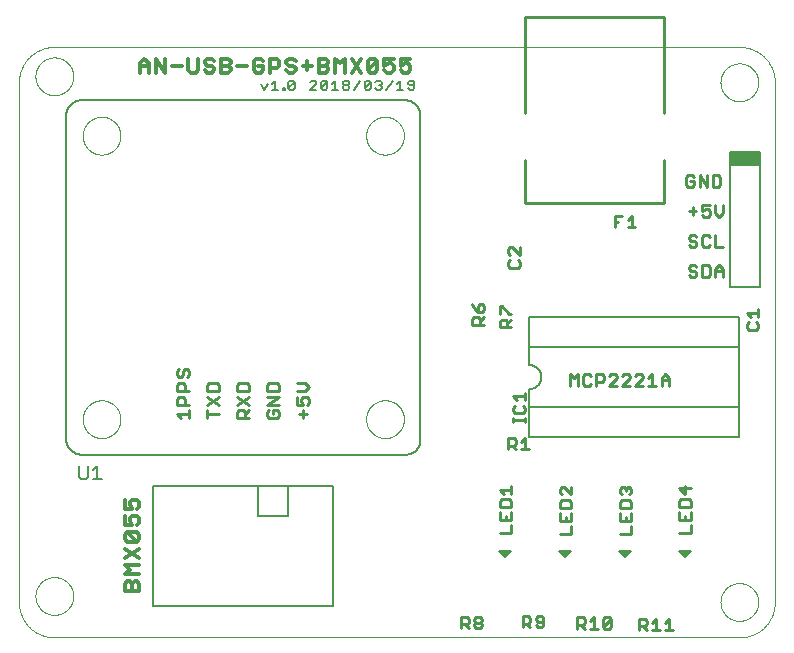
<source format=gto>
G75*
%MOIN*%
%OFA0B0*%
%FSLAX25Y25*%
%IPPOS*%
%LPD*%
%AMOC8*
5,1,8,0,0,1.08239X$1,22.5*
%
%ADD10C,0.00000*%
%ADD11C,0.00900*%
%ADD12C,0.01200*%
%ADD13C,0.00800*%
%ADD14C,0.00600*%
%ADD15C,0.01000*%
%ADD16C,0.00500*%
%ADD17C,0.00787*%
%ADD18R,0.10000X0.05000*%
D10*
X0015606Y0017535D02*
X0015606Y0190764D01*
X0015609Y0191049D01*
X0015620Y0191335D01*
X0015637Y0191620D01*
X0015661Y0191904D01*
X0015692Y0192188D01*
X0015730Y0192471D01*
X0015775Y0192752D01*
X0015826Y0193033D01*
X0015884Y0193313D01*
X0015949Y0193591D01*
X0016021Y0193867D01*
X0016099Y0194141D01*
X0016184Y0194414D01*
X0016276Y0194684D01*
X0016374Y0194952D01*
X0016478Y0195218D01*
X0016589Y0195481D01*
X0016706Y0195741D01*
X0016829Y0195999D01*
X0016959Y0196253D01*
X0017095Y0196504D01*
X0017236Y0196752D01*
X0017384Y0196996D01*
X0017537Y0197237D01*
X0017697Y0197473D01*
X0017862Y0197706D01*
X0018032Y0197935D01*
X0018208Y0198160D01*
X0018390Y0198380D01*
X0018576Y0198596D01*
X0018768Y0198807D01*
X0018965Y0199014D01*
X0019167Y0199216D01*
X0019374Y0199413D01*
X0019585Y0199605D01*
X0019801Y0199791D01*
X0020021Y0199973D01*
X0020246Y0200149D01*
X0020475Y0200319D01*
X0020708Y0200484D01*
X0020944Y0200644D01*
X0021185Y0200797D01*
X0021429Y0200945D01*
X0021677Y0201086D01*
X0021928Y0201222D01*
X0022182Y0201352D01*
X0022440Y0201475D01*
X0022700Y0201592D01*
X0022963Y0201703D01*
X0023229Y0201807D01*
X0023497Y0201905D01*
X0023767Y0201997D01*
X0024040Y0202082D01*
X0024314Y0202160D01*
X0024590Y0202232D01*
X0024868Y0202297D01*
X0025148Y0202355D01*
X0025429Y0202406D01*
X0025710Y0202451D01*
X0025993Y0202489D01*
X0026277Y0202520D01*
X0026561Y0202544D01*
X0026846Y0202561D01*
X0027132Y0202572D01*
X0027417Y0202575D01*
X0255764Y0202575D01*
X0249465Y0190764D02*
X0249467Y0190922D01*
X0249473Y0191080D01*
X0249483Y0191238D01*
X0249497Y0191396D01*
X0249515Y0191553D01*
X0249536Y0191710D01*
X0249562Y0191866D01*
X0249592Y0192022D01*
X0249625Y0192177D01*
X0249663Y0192330D01*
X0249704Y0192483D01*
X0249749Y0192635D01*
X0249798Y0192786D01*
X0249851Y0192935D01*
X0249907Y0193083D01*
X0249967Y0193229D01*
X0250031Y0193374D01*
X0250099Y0193517D01*
X0250170Y0193659D01*
X0250244Y0193799D01*
X0250322Y0193936D01*
X0250404Y0194072D01*
X0250488Y0194206D01*
X0250577Y0194337D01*
X0250668Y0194466D01*
X0250763Y0194593D01*
X0250860Y0194718D01*
X0250961Y0194840D01*
X0251065Y0194959D01*
X0251172Y0195076D01*
X0251282Y0195190D01*
X0251395Y0195301D01*
X0251510Y0195410D01*
X0251628Y0195515D01*
X0251749Y0195617D01*
X0251872Y0195717D01*
X0251998Y0195813D01*
X0252126Y0195906D01*
X0252256Y0195996D01*
X0252389Y0196082D01*
X0252524Y0196166D01*
X0252660Y0196245D01*
X0252799Y0196322D01*
X0252940Y0196394D01*
X0253082Y0196464D01*
X0253226Y0196529D01*
X0253372Y0196591D01*
X0253519Y0196649D01*
X0253668Y0196704D01*
X0253818Y0196755D01*
X0253969Y0196802D01*
X0254121Y0196845D01*
X0254274Y0196884D01*
X0254429Y0196920D01*
X0254584Y0196951D01*
X0254740Y0196979D01*
X0254896Y0197003D01*
X0255053Y0197023D01*
X0255211Y0197039D01*
X0255368Y0197051D01*
X0255527Y0197059D01*
X0255685Y0197063D01*
X0255843Y0197063D01*
X0256001Y0197059D01*
X0256160Y0197051D01*
X0256317Y0197039D01*
X0256475Y0197023D01*
X0256632Y0197003D01*
X0256788Y0196979D01*
X0256944Y0196951D01*
X0257099Y0196920D01*
X0257254Y0196884D01*
X0257407Y0196845D01*
X0257559Y0196802D01*
X0257710Y0196755D01*
X0257860Y0196704D01*
X0258009Y0196649D01*
X0258156Y0196591D01*
X0258302Y0196529D01*
X0258446Y0196464D01*
X0258588Y0196394D01*
X0258729Y0196322D01*
X0258868Y0196245D01*
X0259004Y0196166D01*
X0259139Y0196082D01*
X0259272Y0195996D01*
X0259402Y0195906D01*
X0259530Y0195813D01*
X0259656Y0195717D01*
X0259779Y0195617D01*
X0259900Y0195515D01*
X0260018Y0195410D01*
X0260133Y0195301D01*
X0260246Y0195190D01*
X0260356Y0195076D01*
X0260463Y0194959D01*
X0260567Y0194840D01*
X0260668Y0194718D01*
X0260765Y0194593D01*
X0260860Y0194466D01*
X0260951Y0194337D01*
X0261040Y0194206D01*
X0261124Y0194072D01*
X0261206Y0193936D01*
X0261284Y0193799D01*
X0261358Y0193659D01*
X0261429Y0193517D01*
X0261497Y0193374D01*
X0261561Y0193229D01*
X0261621Y0193083D01*
X0261677Y0192935D01*
X0261730Y0192786D01*
X0261779Y0192635D01*
X0261824Y0192483D01*
X0261865Y0192330D01*
X0261903Y0192177D01*
X0261936Y0192022D01*
X0261966Y0191866D01*
X0261992Y0191710D01*
X0262013Y0191553D01*
X0262031Y0191396D01*
X0262045Y0191238D01*
X0262055Y0191080D01*
X0262061Y0190922D01*
X0262063Y0190764D01*
X0262061Y0190606D01*
X0262055Y0190448D01*
X0262045Y0190290D01*
X0262031Y0190132D01*
X0262013Y0189975D01*
X0261992Y0189818D01*
X0261966Y0189662D01*
X0261936Y0189506D01*
X0261903Y0189351D01*
X0261865Y0189198D01*
X0261824Y0189045D01*
X0261779Y0188893D01*
X0261730Y0188742D01*
X0261677Y0188593D01*
X0261621Y0188445D01*
X0261561Y0188299D01*
X0261497Y0188154D01*
X0261429Y0188011D01*
X0261358Y0187869D01*
X0261284Y0187729D01*
X0261206Y0187592D01*
X0261124Y0187456D01*
X0261040Y0187322D01*
X0260951Y0187191D01*
X0260860Y0187062D01*
X0260765Y0186935D01*
X0260668Y0186810D01*
X0260567Y0186688D01*
X0260463Y0186569D01*
X0260356Y0186452D01*
X0260246Y0186338D01*
X0260133Y0186227D01*
X0260018Y0186118D01*
X0259900Y0186013D01*
X0259779Y0185911D01*
X0259656Y0185811D01*
X0259530Y0185715D01*
X0259402Y0185622D01*
X0259272Y0185532D01*
X0259139Y0185446D01*
X0259004Y0185362D01*
X0258868Y0185283D01*
X0258729Y0185206D01*
X0258588Y0185134D01*
X0258446Y0185064D01*
X0258302Y0184999D01*
X0258156Y0184937D01*
X0258009Y0184879D01*
X0257860Y0184824D01*
X0257710Y0184773D01*
X0257559Y0184726D01*
X0257407Y0184683D01*
X0257254Y0184644D01*
X0257099Y0184608D01*
X0256944Y0184577D01*
X0256788Y0184549D01*
X0256632Y0184525D01*
X0256475Y0184505D01*
X0256317Y0184489D01*
X0256160Y0184477D01*
X0256001Y0184469D01*
X0255843Y0184465D01*
X0255685Y0184465D01*
X0255527Y0184469D01*
X0255368Y0184477D01*
X0255211Y0184489D01*
X0255053Y0184505D01*
X0254896Y0184525D01*
X0254740Y0184549D01*
X0254584Y0184577D01*
X0254429Y0184608D01*
X0254274Y0184644D01*
X0254121Y0184683D01*
X0253969Y0184726D01*
X0253818Y0184773D01*
X0253668Y0184824D01*
X0253519Y0184879D01*
X0253372Y0184937D01*
X0253226Y0184999D01*
X0253082Y0185064D01*
X0252940Y0185134D01*
X0252799Y0185206D01*
X0252660Y0185283D01*
X0252524Y0185362D01*
X0252389Y0185446D01*
X0252256Y0185532D01*
X0252126Y0185622D01*
X0251998Y0185715D01*
X0251872Y0185811D01*
X0251749Y0185911D01*
X0251628Y0186013D01*
X0251510Y0186118D01*
X0251395Y0186227D01*
X0251282Y0186338D01*
X0251172Y0186452D01*
X0251065Y0186569D01*
X0250961Y0186688D01*
X0250860Y0186810D01*
X0250763Y0186935D01*
X0250668Y0187062D01*
X0250577Y0187191D01*
X0250488Y0187322D01*
X0250404Y0187456D01*
X0250322Y0187592D01*
X0250244Y0187729D01*
X0250170Y0187869D01*
X0250099Y0188011D01*
X0250031Y0188154D01*
X0249967Y0188299D01*
X0249907Y0188445D01*
X0249851Y0188593D01*
X0249798Y0188742D01*
X0249749Y0188893D01*
X0249704Y0189045D01*
X0249663Y0189198D01*
X0249625Y0189351D01*
X0249592Y0189506D01*
X0249562Y0189662D01*
X0249536Y0189818D01*
X0249515Y0189975D01*
X0249497Y0190132D01*
X0249483Y0190290D01*
X0249473Y0190448D01*
X0249467Y0190606D01*
X0249465Y0190764D01*
X0255764Y0202575D02*
X0256049Y0202572D01*
X0256335Y0202561D01*
X0256620Y0202544D01*
X0256904Y0202520D01*
X0257188Y0202489D01*
X0257471Y0202451D01*
X0257752Y0202406D01*
X0258033Y0202355D01*
X0258313Y0202297D01*
X0258591Y0202232D01*
X0258867Y0202160D01*
X0259141Y0202082D01*
X0259414Y0201997D01*
X0259684Y0201905D01*
X0259952Y0201807D01*
X0260218Y0201703D01*
X0260481Y0201592D01*
X0260741Y0201475D01*
X0260999Y0201352D01*
X0261253Y0201222D01*
X0261504Y0201086D01*
X0261752Y0200945D01*
X0261996Y0200797D01*
X0262237Y0200644D01*
X0262473Y0200484D01*
X0262706Y0200319D01*
X0262935Y0200149D01*
X0263160Y0199973D01*
X0263380Y0199791D01*
X0263596Y0199605D01*
X0263807Y0199413D01*
X0264014Y0199216D01*
X0264216Y0199014D01*
X0264413Y0198807D01*
X0264605Y0198596D01*
X0264791Y0198380D01*
X0264973Y0198160D01*
X0265149Y0197935D01*
X0265319Y0197706D01*
X0265484Y0197473D01*
X0265644Y0197237D01*
X0265797Y0196996D01*
X0265945Y0196752D01*
X0266086Y0196504D01*
X0266222Y0196253D01*
X0266352Y0195999D01*
X0266475Y0195741D01*
X0266592Y0195481D01*
X0266703Y0195218D01*
X0266807Y0194952D01*
X0266905Y0194684D01*
X0266997Y0194414D01*
X0267082Y0194141D01*
X0267160Y0193867D01*
X0267232Y0193591D01*
X0267297Y0193313D01*
X0267355Y0193033D01*
X0267406Y0192752D01*
X0267451Y0192471D01*
X0267489Y0192188D01*
X0267520Y0191904D01*
X0267544Y0191620D01*
X0267561Y0191335D01*
X0267572Y0191049D01*
X0267575Y0190764D01*
X0267575Y0017535D01*
X0249465Y0017535D02*
X0249467Y0017693D01*
X0249473Y0017851D01*
X0249483Y0018009D01*
X0249497Y0018167D01*
X0249515Y0018324D01*
X0249536Y0018481D01*
X0249562Y0018637D01*
X0249592Y0018793D01*
X0249625Y0018948D01*
X0249663Y0019101D01*
X0249704Y0019254D01*
X0249749Y0019406D01*
X0249798Y0019557D01*
X0249851Y0019706D01*
X0249907Y0019854D01*
X0249967Y0020000D01*
X0250031Y0020145D01*
X0250099Y0020288D01*
X0250170Y0020430D01*
X0250244Y0020570D01*
X0250322Y0020707D01*
X0250404Y0020843D01*
X0250488Y0020977D01*
X0250577Y0021108D01*
X0250668Y0021237D01*
X0250763Y0021364D01*
X0250860Y0021489D01*
X0250961Y0021611D01*
X0251065Y0021730D01*
X0251172Y0021847D01*
X0251282Y0021961D01*
X0251395Y0022072D01*
X0251510Y0022181D01*
X0251628Y0022286D01*
X0251749Y0022388D01*
X0251872Y0022488D01*
X0251998Y0022584D01*
X0252126Y0022677D01*
X0252256Y0022767D01*
X0252389Y0022853D01*
X0252524Y0022937D01*
X0252660Y0023016D01*
X0252799Y0023093D01*
X0252940Y0023165D01*
X0253082Y0023235D01*
X0253226Y0023300D01*
X0253372Y0023362D01*
X0253519Y0023420D01*
X0253668Y0023475D01*
X0253818Y0023526D01*
X0253969Y0023573D01*
X0254121Y0023616D01*
X0254274Y0023655D01*
X0254429Y0023691D01*
X0254584Y0023722D01*
X0254740Y0023750D01*
X0254896Y0023774D01*
X0255053Y0023794D01*
X0255211Y0023810D01*
X0255368Y0023822D01*
X0255527Y0023830D01*
X0255685Y0023834D01*
X0255843Y0023834D01*
X0256001Y0023830D01*
X0256160Y0023822D01*
X0256317Y0023810D01*
X0256475Y0023794D01*
X0256632Y0023774D01*
X0256788Y0023750D01*
X0256944Y0023722D01*
X0257099Y0023691D01*
X0257254Y0023655D01*
X0257407Y0023616D01*
X0257559Y0023573D01*
X0257710Y0023526D01*
X0257860Y0023475D01*
X0258009Y0023420D01*
X0258156Y0023362D01*
X0258302Y0023300D01*
X0258446Y0023235D01*
X0258588Y0023165D01*
X0258729Y0023093D01*
X0258868Y0023016D01*
X0259004Y0022937D01*
X0259139Y0022853D01*
X0259272Y0022767D01*
X0259402Y0022677D01*
X0259530Y0022584D01*
X0259656Y0022488D01*
X0259779Y0022388D01*
X0259900Y0022286D01*
X0260018Y0022181D01*
X0260133Y0022072D01*
X0260246Y0021961D01*
X0260356Y0021847D01*
X0260463Y0021730D01*
X0260567Y0021611D01*
X0260668Y0021489D01*
X0260765Y0021364D01*
X0260860Y0021237D01*
X0260951Y0021108D01*
X0261040Y0020977D01*
X0261124Y0020843D01*
X0261206Y0020707D01*
X0261284Y0020570D01*
X0261358Y0020430D01*
X0261429Y0020288D01*
X0261497Y0020145D01*
X0261561Y0020000D01*
X0261621Y0019854D01*
X0261677Y0019706D01*
X0261730Y0019557D01*
X0261779Y0019406D01*
X0261824Y0019254D01*
X0261865Y0019101D01*
X0261903Y0018948D01*
X0261936Y0018793D01*
X0261966Y0018637D01*
X0261992Y0018481D01*
X0262013Y0018324D01*
X0262031Y0018167D01*
X0262045Y0018009D01*
X0262055Y0017851D01*
X0262061Y0017693D01*
X0262063Y0017535D01*
X0262061Y0017377D01*
X0262055Y0017219D01*
X0262045Y0017061D01*
X0262031Y0016903D01*
X0262013Y0016746D01*
X0261992Y0016589D01*
X0261966Y0016433D01*
X0261936Y0016277D01*
X0261903Y0016122D01*
X0261865Y0015969D01*
X0261824Y0015816D01*
X0261779Y0015664D01*
X0261730Y0015513D01*
X0261677Y0015364D01*
X0261621Y0015216D01*
X0261561Y0015070D01*
X0261497Y0014925D01*
X0261429Y0014782D01*
X0261358Y0014640D01*
X0261284Y0014500D01*
X0261206Y0014363D01*
X0261124Y0014227D01*
X0261040Y0014093D01*
X0260951Y0013962D01*
X0260860Y0013833D01*
X0260765Y0013706D01*
X0260668Y0013581D01*
X0260567Y0013459D01*
X0260463Y0013340D01*
X0260356Y0013223D01*
X0260246Y0013109D01*
X0260133Y0012998D01*
X0260018Y0012889D01*
X0259900Y0012784D01*
X0259779Y0012682D01*
X0259656Y0012582D01*
X0259530Y0012486D01*
X0259402Y0012393D01*
X0259272Y0012303D01*
X0259139Y0012217D01*
X0259004Y0012133D01*
X0258868Y0012054D01*
X0258729Y0011977D01*
X0258588Y0011905D01*
X0258446Y0011835D01*
X0258302Y0011770D01*
X0258156Y0011708D01*
X0258009Y0011650D01*
X0257860Y0011595D01*
X0257710Y0011544D01*
X0257559Y0011497D01*
X0257407Y0011454D01*
X0257254Y0011415D01*
X0257099Y0011379D01*
X0256944Y0011348D01*
X0256788Y0011320D01*
X0256632Y0011296D01*
X0256475Y0011276D01*
X0256317Y0011260D01*
X0256160Y0011248D01*
X0256001Y0011240D01*
X0255843Y0011236D01*
X0255685Y0011236D01*
X0255527Y0011240D01*
X0255368Y0011248D01*
X0255211Y0011260D01*
X0255053Y0011276D01*
X0254896Y0011296D01*
X0254740Y0011320D01*
X0254584Y0011348D01*
X0254429Y0011379D01*
X0254274Y0011415D01*
X0254121Y0011454D01*
X0253969Y0011497D01*
X0253818Y0011544D01*
X0253668Y0011595D01*
X0253519Y0011650D01*
X0253372Y0011708D01*
X0253226Y0011770D01*
X0253082Y0011835D01*
X0252940Y0011905D01*
X0252799Y0011977D01*
X0252660Y0012054D01*
X0252524Y0012133D01*
X0252389Y0012217D01*
X0252256Y0012303D01*
X0252126Y0012393D01*
X0251998Y0012486D01*
X0251872Y0012582D01*
X0251749Y0012682D01*
X0251628Y0012784D01*
X0251510Y0012889D01*
X0251395Y0012998D01*
X0251282Y0013109D01*
X0251172Y0013223D01*
X0251065Y0013340D01*
X0250961Y0013459D01*
X0250860Y0013581D01*
X0250763Y0013706D01*
X0250668Y0013833D01*
X0250577Y0013962D01*
X0250488Y0014093D01*
X0250404Y0014227D01*
X0250322Y0014363D01*
X0250244Y0014500D01*
X0250170Y0014640D01*
X0250099Y0014782D01*
X0250031Y0014925D01*
X0249967Y0015070D01*
X0249907Y0015216D01*
X0249851Y0015364D01*
X0249798Y0015513D01*
X0249749Y0015664D01*
X0249704Y0015816D01*
X0249663Y0015969D01*
X0249625Y0016122D01*
X0249592Y0016277D01*
X0249562Y0016433D01*
X0249536Y0016589D01*
X0249515Y0016746D01*
X0249497Y0016903D01*
X0249483Y0017061D01*
X0249473Y0017219D01*
X0249467Y0017377D01*
X0249465Y0017535D01*
X0255764Y0005724D02*
X0256049Y0005727D01*
X0256335Y0005738D01*
X0256620Y0005755D01*
X0256904Y0005779D01*
X0257188Y0005810D01*
X0257471Y0005848D01*
X0257752Y0005893D01*
X0258033Y0005944D01*
X0258313Y0006002D01*
X0258591Y0006067D01*
X0258867Y0006139D01*
X0259141Y0006217D01*
X0259414Y0006302D01*
X0259684Y0006394D01*
X0259952Y0006492D01*
X0260218Y0006596D01*
X0260481Y0006707D01*
X0260741Y0006824D01*
X0260999Y0006947D01*
X0261253Y0007077D01*
X0261504Y0007213D01*
X0261752Y0007354D01*
X0261996Y0007502D01*
X0262237Y0007655D01*
X0262473Y0007815D01*
X0262706Y0007980D01*
X0262935Y0008150D01*
X0263160Y0008326D01*
X0263380Y0008508D01*
X0263596Y0008694D01*
X0263807Y0008886D01*
X0264014Y0009083D01*
X0264216Y0009285D01*
X0264413Y0009492D01*
X0264605Y0009703D01*
X0264791Y0009919D01*
X0264973Y0010139D01*
X0265149Y0010364D01*
X0265319Y0010593D01*
X0265484Y0010826D01*
X0265644Y0011062D01*
X0265797Y0011303D01*
X0265945Y0011547D01*
X0266086Y0011795D01*
X0266222Y0012046D01*
X0266352Y0012300D01*
X0266475Y0012558D01*
X0266592Y0012818D01*
X0266703Y0013081D01*
X0266807Y0013347D01*
X0266905Y0013615D01*
X0266997Y0013885D01*
X0267082Y0014158D01*
X0267160Y0014432D01*
X0267232Y0014708D01*
X0267297Y0014986D01*
X0267355Y0015266D01*
X0267406Y0015547D01*
X0267451Y0015828D01*
X0267489Y0016111D01*
X0267520Y0016395D01*
X0267544Y0016679D01*
X0267561Y0016964D01*
X0267572Y0017250D01*
X0267575Y0017535D01*
X0255764Y0005724D02*
X0027417Y0005724D01*
X0027132Y0005727D01*
X0026846Y0005738D01*
X0026561Y0005755D01*
X0026277Y0005779D01*
X0025993Y0005810D01*
X0025710Y0005848D01*
X0025429Y0005893D01*
X0025148Y0005944D01*
X0024868Y0006002D01*
X0024590Y0006067D01*
X0024314Y0006139D01*
X0024040Y0006217D01*
X0023767Y0006302D01*
X0023497Y0006394D01*
X0023229Y0006492D01*
X0022963Y0006596D01*
X0022700Y0006707D01*
X0022440Y0006824D01*
X0022182Y0006947D01*
X0021928Y0007077D01*
X0021677Y0007213D01*
X0021429Y0007354D01*
X0021185Y0007502D01*
X0020944Y0007655D01*
X0020708Y0007815D01*
X0020475Y0007980D01*
X0020246Y0008150D01*
X0020021Y0008326D01*
X0019801Y0008508D01*
X0019585Y0008694D01*
X0019374Y0008886D01*
X0019167Y0009083D01*
X0018965Y0009285D01*
X0018768Y0009492D01*
X0018576Y0009703D01*
X0018390Y0009919D01*
X0018208Y0010139D01*
X0018032Y0010364D01*
X0017862Y0010593D01*
X0017697Y0010826D01*
X0017537Y0011062D01*
X0017384Y0011303D01*
X0017236Y0011547D01*
X0017095Y0011795D01*
X0016959Y0012046D01*
X0016829Y0012300D01*
X0016706Y0012558D01*
X0016589Y0012818D01*
X0016478Y0013081D01*
X0016374Y0013347D01*
X0016276Y0013615D01*
X0016184Y0013885D01*
X0016099Y0014158D01*
X0016021Y0014432D01*
X0015949Y0014708D01*
X0015884Y0014986D01*
X0015826Y0015266D01*
X0015775Y0015547D01*
X0015730Y0015828D01*
X0015692Y0016111D01*
X0015661Y0016395D01*
X0015637Y0016679D01*
X0015620Y0016964D01*
X0015609Y0017250D01*
X0015606Y0017535D01*
X0021118Y0019535D02*
X0021120Y0019693D01*
X0021126Y0019851D01*
X0021136Y0020009D01*
X0021150Y0020167D01*
X0021168Y0020324D01*
X0021189Y0020481D01*
X0021215Y0020637D01*
X0021245Y0020793D01*
X0021278Y0020948D01*
X0021316Y0021101D01*
X0021357Y0021254D01*
X0021402Y0021406D01*
X0021451Y0021557D01*
X0021504Y0021706D01*
X0021560Y0021854D01*
X0021620Y0022000D01*
X0021684Y0022145D01*
X0021752Y0022288D01*
X0021823Y0022430D01*
X0021897Y0022570D01*
X0021975Y0022707D01*
X0022057Y0022843D01*
X0022141Y0022977D01*
X0022230Y0023108D01*
X0022321Y0023237D01*
X0022416Y0023364D01*
X0022513Y0023489D01*
X0022614Y0023611D01*
X0022718Y0023730D01*
X0022825Y0023847D01*
X0022935Y0023961D01*
X0023048Y0024072D01*
X0023163Y0024181D01*
X0023281Y0024286D01*
X0023402Y0024388D01*
X0023525Y0024488D01*
X0023651Y0024584D01*
X0023779Y0024677D01*
X0023909Y0024767D01*
X0024042Y0024853D01*
X0024177Y0024937D01*
X0024313Y0025016D01*
X0024452Y0025093D01*
X0024593Y0025165D01*
X0024735Y0025235D01*
X0024879Y0025300D01*
X0025025Y0025362D01*
X0025172Y0025420D01*
X0025321Y0025475D01*
X0025471Y0025526D01*
X0025622Y0025573D01*
X0025774Y0025616D01*
X0025927Y0025655D01*
X0026082Y0025691D01*
X0026237Y0025722D01*
X0026393Y0025750D01*
X0026549Y0025774D01*
X0026706Y0025794D01*
X0026864Y0025810D01*
X0027021Y0025822D01*
X0027180Y0025830D01*
X0027338Y0025834D01*
X0027496Y0025834D01*
X0027654Y0025830D01*
X0027813Y0025822D01*
X0027970Y0025810D01*
X0028128Y0025794D01*
X0028285Y0025774D01*
X0028441Y0025750D01*
X0028597Y0025722D01*
X0028752Y0025691D01*
X0028907Y0025655D01*
X0029060Y0025616D01*
X0029212Y0025573D01*
X0029363Y0025526D01*
X0029513Y0025475D01*
X0029662Y0025420D01*
X0029809Y0025362D01*
X0029955Y0025300D01*
X0030099Y0025235D01*
X0030241Y0025165D01*
X0030382Y0025093D01*
X0030521Y0025016D01*
X0030657Y0024937D01*
X0030792Y0024853D01*
X0030925Y0024767D01*
X0031055Y0024677D01*
X0031183Y0024584D01*
X0031309Y0024488D01*
X0031432Y0024388D01*
X0031553Y0024286D01*
X0031671Y0024181D01*
X0031786Y0024072D01*
X0031899Y0023961D01*
X0032009Y0023847D01*
X0032116Y0023730D01*
X0032220Y0023611D01*
X0032321Y0023489D01*
X0032418Y0023364D01*
X0032513Y0023237D01*
X0032604Y0023108D01*
X0032693Y0022977D01*
X0032777Y0022843D01*
X0032859Y0022707D01*
X0032937Y0022570D01*
X0033011Y0022430D01*
X0033082Y0022288D01*
X0033150Y0022145D01*
X0033214Y0022000D01*
X0033274Y0021854D01*
X0033330Y0021706D01*
X0033383Y0021557D01*
X0033432Y0021406D01*
X0033477Y0021254D01*
X0033518Y0021101D01*
X0033556Y0020948D01*
X0033589Y0020793D01*
X0033619Y0020637D01*
X0033645Y0020481D01*
X0033666Y0020324D01*
X0033684Y0020167D01*
X0033698Y0020009D01*
X0033708Y0019851D01*
X0033714Y0019693D01*
X0033716Y0019535D01*
X0033714Y0019377D01*
X0033708Y0019219D01*
X0033698Y0019061D01*
X0033684Y0018903D01*
X0033666Y0018746D01*
X0033645Y0018589D01*
X0033619Y0018433D01*
X0033589Y0018277D01*
X0033556Y0018122D01*
X0033518Y0017969D01*
X0033477Y0017816D01*
X0033432Y0017664D01*
X0033383Y0017513D01*
X0033330Y0017364D01*
X0033274Y0017216D01*
X0033214Y0017070D01*
X0033150Y0016925D01*
X0033082Y0016782D01*
X0033011Y0016640D01*
X0032937Y0016500D01*
X0032859Y0016363D01*
X0032777Y0016227D01*
X0032693Y0016093D01*
X0032604Y0015962D01*
X0032513Y0015833D01*
X0032418Y0015706D01*
X0032321Y0015581D01*
X0032220Y0015459D01*
X0032116Y0015340D01*
X0032009Y0015223D01*
X0031899Y0015109D01*
X0031786Y0014998D01*
X0031671Y0014889D01*
X0031553Y0014784D01*
X0031432Y0014682D01*
X0031309Y0014582D01*
X0031183Y0014486D01*
X0031055Y0014393D01*
X0030925Y0014303D01*
X0030792Y0014217D01*
X0030657Y0014133D01*
X0030521Y0014054D01*
X0030382Y0013977D01*
X0030241Y0013905D01*
X0030099Y0013835D01*
X0029955Y0013770D01*
X0029809Y0013708D01*
X0029662Y0013650D01*
X0029513Y0013595D01*
X0029363Y0013544D01*
X0029212Y0013497D01*
X0029060Y0013454D01*
X0028907Y0013415D01*
X0028752Y0013379D01*
X0028597Y0013348D01*
X0028441Y0013320D01*
X0028285Y0013296D01*
X0028128Y0013276D01*
X0027970Y0013260D01*
X0027813Y0013248D01*
X0027654Y0013240D01*
X0027496Y0013236D01*
X0027338Y0013236D01*
X0027180Y0013240D01*
X0027021Y0013248D01*
X0026864Y0013260D01*
X0026706Y0013276D01*
X0026549Y0013296D01*
X0026393Y0013320D01*
X0026237Y0013348D01*
X0026082Y0013379D01*
X0025927Y0013415D01*
X0025774Y0013454D01*
X0025622Y0013497D01*
X0025471Y0013544D01*
X0025321Y0013595D01*
X0025172Y0013650D01*
X0025025Y0013708D01*
X0024879Y0013770D01*
X0024735Y0013835D01*
X0024593Y0013905D01*
X0024452Y0013977D01*
X0024313Y0014054D01*
X0024177Y0014133D01*
X0024042Y0014217D01*
X0023909Y0014303D01*
X0023779Y0014393D01*
X0023651Y0014486D01*
X0023525Y0014582D01*
X0023402Y0014682D01*
X0023281Y0014784D01*
X0023163Y0014889D01*
X0023048Y0014998D01*
X0022935Y0015109D01*
X0022825Y0015223D01*
X0022718Y0015340D01*
X0022614Y0015459D01*
X0022513Y0015581D01*
X0022416Y0015706D01*
X0022321Y0015833D01*
X0022230Y0015962D01*
X0022141Y0016093D01*
X0022057Y0016227D01*
X0021975Y0016363D01*
X0021897Y0016500D01*
X0021823Y0016640D01*
X0021752Y0016782D01*
X0021684Y0016925D01*
X0021620Y0017070D01*
X0021560Y0017216D01*
X0021504Y0017364D01*
X0021451Y0017513D01*
X0021402Y0017664D01*
X0021357Y0017816D01*
X0021316Y0017969D01*
X0021278Y0018122D01*
X0021245Y0018277D01*
X0021215Y0018433D01*
X0021189Y0018589D01*
X0021168Y0018746D01*
X0021150Y0018903D01*
X0021136Y0019061D01*
X0021126Y0019219D01*
X0021120Y0019377D01*
X0021118Y0019535D01*
X0036866Y0078480D02*
X0036868Y0078638D01*
X0036874Y0078796D01*
X0036884Y0078954D01*
X0036898Y0079112D01*
X0036916Y0079269D01*
X0036937Y0079426D01*
X0036963Y0079582D01*
X0036993Y0079738D01*
X0037026Y0079893D01*
X0037064Y0080046D01*
X0037105Y0080199D01*
X0037150Y0080351D01*
X0037199Y0080502D01*
X0037252Y0080651D01*
X0037308Y0080799D01*
X0037368Y0080945D01*
X0037432Y0081090D01*
X0037500Y0081233D01*
X0037571Y0081375D01*
X0037645Y0081515D01*
X0037723Y0081652D01*
X0037805Y0081788D01*
X0037889Y0081922D01*
X0037978Y0082053D01*
X0038069Y0082182D01*
X0038164Y0082309D01*
X0038261Y0082434D01*
X0038362Y0082556D01*
X0038466Y0082675D01*
X0038573Y0082792D01*
X0038683Y0082906D01*
X0038796Y0083017D01*
X0038911Y0083126D01*
X0039029Y0083231D01*
X0039150Y0083333D01*
X0039273Y0083433D01*
X0039399Y0083529D01*
X0039527Y0083622D01*
X0039657Y0083712D01*
X0039790Y0083798D01*
X0039925Y0083882D01*
X0040061Y0083961D01*
X0040200Y0084038D01*
X0040341Y0084110D01*
X0040483Y0084180D01*
X0040627Y0084245D01*
X0040773Y0084307D01*
X0040920Y0084365D01*
X0041069Y0084420D01*
X0041219Y0084471D01*
X0041370Y0084518D01*
X0041522Y0084561D01*
X0041675Y0084600D01*
X0041830Y0084636D01*
X0041985Y0084667D01*
X0042141Y0084695D01*
X0042297Y0084719D01*
X0042454Y0084739D01*
X0042612Y0084755D01*
X0042769Y0084767D01*
X0042928Y0084775D01*
X0043086Y0084779D01*
X0043244Y0084779D01*
X0043402Y0084775D01*
X0043561Y0084767D01*
X0043718Y0084755D01*
X0043876Y0084739D01*
X0044033Y0084719D01*
X0044189Y0084695D01*
X0044345Y0084667D01*
X0044500Y0084636D01*
X0044655Y0084600D01*
X0044808Y0084561D01*
X0044960Y0084518D01*
X0045111Y0084471D01*
X0045261Y0084420D01*
X0045410Y0084365D01*
X0045557Y0084307D01*
X0045703Y0084245D01*
X0045847Y0084180D01*
X0045989Y0084110D01*
X0046130Y0084038D01*
X0046269Y0083961D01*
X0046405Y0083882D01*
X0046540Y0083798D01*
X0046673Y0083712D01*
X0046803Y0083622D01*
X0046931Y0083529D01*
X0047057Y0083433D01*
X0047180Y0083333D01*
X0047301Y0083231D01*
X0047419Y0083126D01*
X0047534Y0083017D01*
X0047647Y0082906D01*
X0047757Y0082792D01*
X0047864Y0082675D01*
X0047968Y0082556D01*
X0048069Y0082434D01*
X0048166Y0082309D01*
X0048261Y0082182D01*
X0048352Y0082053D01*
X0048441Y0081922D01*
X0048525Y0081788D01*
X0048607Y0081652D01*
X0048685Y0081515D01*
X0048759Y0081375D01*
X0048830Y0081233D01*
X0048898Y0081090D01*
X0048962Y0080945D01*
X0049022Y0080799D01*
X0049078Y0080651D01*
X0049131Y0080502D01*
X0049180Y0080351D01*
X0049225Y0080199D01*
X0049266Y0080046D01*
X0049304Y0079893D01*
X0049337Y0079738D01*
X0049367Y0079582D01*
X0049393Y0079426D01*
X0049414Y0079269D01*
X0049432Y0079112D01*
X0049446Y0078954D01*
X0049456Y0078796D01*
X0049462Y0078638D01*
X0049464Y0078480D01*
X0049462Y0078322D01*
X0049456Y0078164D01*
X0049446Y0078006D01*
X0049432Y0077848D01*
X0049414Y0077691D01*
X0049393Y0077534D01*
X0049367Y0077378D01*
X0049337Y0077222D01*
X0049304Y0077067D01*
X0049266Y0076914D01*
X0049225Y0076761D01*
X0049180Y0076609D01*
X0049131Y0076458D01*
X0049078Y0076309D01*
X0049022Y0076161D01*
X0048962Y0076015D01*
X0048898Y0075870D01*
X0048830Y0075727D01*
X0048759Y0075585D01*
X0048685Y0075445D01*
X0048607Y0075308D01*
X0048525Y0075172D01*
X0048441Y0075038D01*
X0048352Y0074907D01*
X0048261Y0074778D01*
X0048166Y0074651D01*
X0048069Y0074526D01*
X0047968Y0074404D01*
X0047864Y0074285D01*
X0047757Y0074168D01*
X0047647Y0074054D01*
X0047534Y0073943D01*
X0047419Y0073834D01*
X0047301Y0073729D01*
X0047180Y0073627D01*
X0047057Y0073527D01*
X0046931Y0073431D01*
X0046803Y0073338D01*
X0046673Y0073248D01*
X0046540Y0073162D01*
X0046405Y0073078D01*
X0046269Y0072999D01*
X0046130Y0072922D01*
X0045989Y0072850D01*
X0045847Y0072780D01*
X0045703Y0072715D01*
X0045557Y0072653D01*
X0045410Y0072595D01*
X0045261Y0072540D01*
X0045111Y0072489D01*
X0044960Y0072442D01*
X0044808Y0072399D01*
X0044655Y0072360D01*
X0044500Y0072324D01*
X0044345Y0072293D01*
X0044189Y0072265D01*
X0044033Y0072241D01*
X0043876Y0072221D01*
X0043718Y0072205D01*
X0043561Y0072193D01*
X0043402Y0072185D01*
X0043244Y0072181D01*
X0043086Y0072181D01*
X0042928Y0072185D01*
X0042769Y0072193D01*
X0042612Y0072205D01*
X0042454Y0072221D01*
X0042297Y0072241D01*
X0042141Y0072265D01*
X0041985Y0072293D01*
X0041830Y0072324D01*
X0041675Y0072360D01*
X0041522Y0072399D01*
X0041370Y0072442D01*
X0041219Y0072489D01*
X0041069Y0072540D01*
X0040920Y0072595D01*
X0040773Y0072653D01*
X0040627Y0072715D01*
X0040483Y0072780D01*
X0040341Y0072850D01*
X0040200Y0072922D01*
X0040061Y0072999D01*
X0039925Y0073078D01*
X0039790Y0073162D01*
X0039657Y0073248D01*
X0039527Y0073338D01*
X0039399Y0073431D01*
X0039273Y0073527D01*
X0039150Y0073627D01*
X0039029Y0073729D01*
X0038911Y0073834D01*
X0038796Y0073943D01*
X0038683Y0074054D01*
X0038573Y0074168D01*
X0038466Y0074285D01*
X0038362Y0074404D01*
X0038261Y0074526D01*
X0038164Y0074651D01*
X0038069Y0074778D01*
X0037978Y0074907D01*
X0037889Y0075038D01*
X0037805Y0075172D01*
X0037723Y0075308D01*
X0037645Y0075445D01*
X0037571Y0075585D01*
X0037500Y0075727D01*
X0037432Y0075870D01*
X0037368Y0076015D01*
X0037308Y0076161D01*
X0037252Y0076309D01*
X0037199Y0076458D01*
X0037150Y0076609D01*
X0037105Y0076761D01*
X0037064Y0076914D01*
X0037026Y0077067D01*
X0036993Y0077222D01*
X0036963Y0077378D01*
X0036937Y0077534D01*
X0036916Y0077691D01*
X0036898Y0077848D01*
X0036884Y0078006D01*
X0036874Y0078164D01*
X0036868Y0078322D01*
X0036866Y0078480D01*
X0131355Y0078480D02*
X0131357Y0078638D01*
X0131363Y0078796D01*
X0131373Y0078954D01*
X0131387Y0079112D01*
X0131405Y0079269D01*
X0131426Y0079426D01*
X0131452Y0079582D01*
X0131482Y0079738D01*
X0131515Y0079893D01*
X0131553Y0080046D01*
X0131594Y0080199D01*
X0131639Y0080351D01*
X0131688Y0080502D01*
X0131741Y0080651D01*
X0131797Y0080799D01*
X0131857Y0080945D01*
X0131921Y0081090D01*
X0131989Y0081233D01*
X0132060Y0081375D01*
X0132134Y0081515D01*
X0132212Y0081652D01*
X0132294Y0081788D01*
X0132378Y0081922D01*
X0132467Y0082053D01*
X0132558Y0082182D01*
X0132653Y0082309D01*
X0132750Y0082434D01*
X0132851Y0082556D01*
X0132955Y0082675D01*
X0133062Y0082792D01*
X0133172Y0082906D01*
X0133285Y0083017D01*
X0133400Y0083126D01*
X0133518Y0083231D01*
X0133639Y0083333D01*
X0133762Y0083433D01*
X0133888Y0083529D01*
X0134016Y0083622D01*
X0134146Y0083712D01*
X0134279Y0083798D01*
X0134414Y0083882D01*
X0134550Y0083961D01*
X0134689Y0084038D01*
X0134830Y0084110D01*
X0134972Y0084180D01*
X0135116Y0084245D01*
X0135262Y0084307D01*
X0135409Y0084365D01*
X0135558Y0084420D01*
X0135708Y0084471D01*
X0135859Y0084518D01*
X0136011Y0084561D01*
X0136164Y0084600D01*
X0136319Y0084636D01*
X0136474Y0084667D01*
X0136630Y0084695D01*
X0136786Y0084719D01*
X0136943Y0084739D01*
X0137101Y0084755D01*
X0137258Y0084767D01*
X0137417Y0084775D01*
X0137575Y0084779D01*
X0137733Y0084779D01*
X0137891Y0084775D01*
X0138050Y0084767D01*
X0138207Y0084755D01*
X0138365Y0084739D01*
X0138522Y0084719D01*
X0138678Y0084695D01*
X0138834Y0084667D01*
X0138989Y0084636D01*
X0139144Y0084600D01*
X0139297Y0084561D01*
X0139449Y0084518D01*
X0139600Y0084471D01*
X0139750Y0084420D01*
X0139899Y0084365D01*
X0140046Y0084307D01*
X0140192Y0084245D01*
X0140336Y0084180D01*
X0140478Y0084110D01*
X0140619Y0084038D01*
X0140758Y0083961D01*
X0140894Y0083882D01*
X0141029Y0083798D01*
X0141162Y0083712D01*
X0141292Y0083622D01*
X0141420Y0083529D01*
X0141546Y0083433D01*
X0141669Y0083333D01*
X0141790Y0083231D01*
X0141908Y0083126D01*
X0142023Y0083017D01*
X0142136Y0082906D01*
X0142246Y0082792D01*
X0142353Y0082675D01*
X0142457Y0082556D01*
X0142558Y0082434D01*
X0142655Y0082309D01*
X0142750Y0082182D01*
X0142841Y0082053D01*
X0142930Y0081922D01*
X0143014Y0081788D01*
X0143096Y0081652D01*
X0143174Y0081515D01*
X0143248Y0081375D01*
X0143319Y0081233D01*
X0143387Y0081090D01*
X0143451Y0080945D01*
X0143511Y0080799D01*
X0143567Y0080651D01*
X0143620Y0080502D01*
X0143669Y0080351D01*
X0143714Y0080199D01*
X0143755Y0080046D01*
X0143793Y0079893D01*
X0143826Y0079738D01*
X0143856Y0079582D01*
X0143882Y0079426D01*
X0143903Y0079269D01*
X0143921Y0079112D01*
X0143935Y0078954D01*
X0143945Y0078796D01*
X0143951Y0078638D01*
X0143953Y0078480D01*
X0143951Y0078322D01*
X0143945Y0078164D01*
X0143935Y0078006D01*
X0143921Y0077848D01*
X0143903Y0077691D01*
X0143882Y0077534D01*
X0143856Y0077378D01*
X0143826Y0077222D01*
X0143793Y0077067D01*
X0143755Y0076914D01*
X0143714Y0076761D01*
X0143669Y0076609D01*
X0143620Y0076458D01*
X0143567Y0076309D01*
X0143511Y0076161D01*
X0143451Y0076015D01*
X0143387Y0075870D01*
X0143319Y0075727D01*
X0143248Y0075585D01*
X0143174Y0075445D01*
X0143096Y0075308D01*
X0143014Y0075172D01*
X0142930Y0075038D01*
X0142841Y0074907D01*
X0142750Y0074778D01*
X0142655Y0074651D01*
X0142558Y0074526D01*
X0142457Y0074404D01*
X0142353Y0074285D01*
X0142246Y0074168D01*
X0142136Y0074054D01*
X0142023Y0073943D01*
X0141908Y0073834D01*
X0141790Y0073729D01*
X0141669Y0073627D01*
X0141546Y0073527D01*
X0141420Y0073431D01*
X0141292Y0073338D01*
X0141162Y0073248D01*
X0141029Y0073162D01*
X0140894Y0073078D01*
X0140758Y0072999D01*
X0140619Y0072922D01*
X0140478Y0072850D01*
X0140336Y0072780D01*
X0140192Y0072715D01*
X0140046Y0072653D01*
X0139899Y0072595D01*
X0139750Y0072540D01*
X0139600Y0072489D01*
X0139449Y0072442D01*
X0139297Y0072399D01*
X0139144Y0072360D01*
X0138989Y0072324D01*
X0138834Y0072293D01*
X0138678Y0072265D01*
X0138522Y0072241D01*
X0138365Y0072221D01*
X0138207Y0072205D01*
X0138050Y0072193D01*
X0137891Y0072185D01*
X0137733Y0072181D01*
X0137575Y0072181D01*
X0137417Y0072185D01*
X0137258Y0072193D01*
X0137101Y0072205D01*
X0136943Y0072221D01*
X0136786Y0072241D01*
X0136630Y0072265D01*
X0136474Y0072293D01*
X0136319Y0072324D01*
X0136164Y0072360D01*
X0136011Y0072399D01*
X0135859Y0072442D01*
X0135708Y0072489D01*
X0135558Y0072540D01*
X0135409Y0072595D01*
X0135262Y0072653D01*
X0135116Y0072715D01*
X0134972Y0072780D01*
X0134830Y0072850D01*
X0134689Y0072922D01*
X0134550Y0072999D01*
X0134414Y0073078D01*
X0134279Y0073162D01*
X0134146Y0073248D01*
X0134016Y0073338D01*
X0133888Y0073431D01*
X0133762Y0073527D01*
X0133639Y0073627D01*
X0133518Y0073729D01*
X0133400Y0073834D01*
X0133285Y0073943D01*
X0133172Y0074054D01*
X0133062Y0074168D01*
X0132955Y0074285D01*
X0132851Y0074404D01*
X0132750Y0074526D01*
X0132653Y0074651D01*
X0132558Y0074778D01*
X0132467Y0074907D01*
X0132378Y0075038D01*
X0132294Y0075172D01*
X0132212Y0075308D01*
X0132134Y0075445D01*
X0132060Y0075585D01*
X0131989Y0075727D01*
X0131921Y0075870D01*
X0131857Y0076015D01*
X0131797Y0076161D01*
X0131741Y0076309D01*
X0131688Y0076458D01*
X0131639Y0076609D01*
X0131594Y0076761D01*
X0131553Y0076914D01*
X0131515Y0077067D01*
X0131482Y0077222D01*
X0131452Y0077378D01*
X0131426Y0077534D01*
X0131405Y0077691D01*
X0131387Y0077848D01*
X0131373Y0078006D01*
X0131363Y0078164D01*
X0131357Y0078322D01*
X0131355Y0078480D01*
X0131355Y0172969D02*
X0131357Y0173127D01*
X0131363Y0173285D01*
X0131373Y0173443D01*
X0131387Y0173601D01*
X0131405Y0173758D01*
X0131426Y0173915D01*
X0131452Y0174071D01*
X0131482Y0174227D01*
X0131515Y0174382D01*
X0131553Y0174535D01*
X0131594Y0174688D01*
X0131639Y0174840D01*
X0131688Y0174991D01*
X0131741Y0175140D01*
X0131797Y0175288D01*
X0131857Y0175434D01*
X0131921Y0175579D01*
X0131989Y0175722D01*
X0132060Y0175864D01*
X0132134Y0176004D01*
X0132212Y0176141D01*
X0132294Y0176277D01*
X0132378Y0176411D01*
X0132467Y0176542D01*
X0132558Y0176671D01*
X0132653Y0176798D01*
X0132750Y0176923D01*
X0132851Y0177045D01*
X0132955Y0177164D01*
X0133062Y0177281D01*
X0133172Y0177395D01*
X0133285Y0177506D01*
X0133400Y0177615D01*
X0133518Y0177720D01*
X0133639Y0177822D01*
X0133762Y0177922D01*
X0133888Y0178018D01*
X0134016Y0178111D01*
X0134146Y0178201D01*
X0134279Y0178287D01*
X0134414Y0178371D01*
X0134550Y0178450D01*
X0134689Y0178527D01*
X0134830Y0178599D01*
X0134972Y0178669D01*
X0135116Y0178734D01*
X0135262Y0178796D01*
X0135409Y0178854D01*
X0135558Y0178909D01*
X0135708Y0178960D01*
X0135859Y0179007D01*
X0136011Y0179050D01*
X0136164Y0179089D01*
X0136319Y0179125D01*
X0136474Y0179156D01*
X0136630Y0179184D01*
X0136786Y0179208D01*
X0136943Y0179228D01*
X0137101Y0179244D01*
X0137258Y0179256D01*
X0137417Y0179264D01*
X0137575Y0179268D01*
X0137733Y0179268D01*
X0137891Y0179264D01*
X0138050Y0179256D01*
X0138207Y0179244D01*
X0138365Y0179228D01*
X0138522Y0179208D01*
X0138678Y0179184D01*
X0138834Y0179156D01*
X0138989Y0179125D01*
X0139144Y0179089D01*
X0139297Y0179050D01*
X0139449Y0179007D01*
X0139600Y0178960D01*
X0139750Y0178909D01*
X0139899Y0178854D01*
X0140046Y0178796D01*
X0140192Y0178734D01*
X0140336Y0178669D01*
X0140478Y0178599D01*
X0140619Y0178527D01*
X0140758Y0178450D01*
X0140894Y0178371D01*
X0141029Y0178287D01*
X0141162Y0178201D01*
X0141292Y0178111D01*
X0141420Y0178018D01*
X0141546Y0177922D01*
X0141669Y0177822D01*
X0141790Y0177720D01*
X0141908Y0177615D01*
X0142023Y0177506D01*
X0142136Y0177395D01*
X0142246Y0177281D01*
X0142353Y0177164D01*
X0142457Y0177045D01*
X0142558Y0176923D01*
X0142655Y0176798D01*
X0142750Y0176671D01*
X0142841Y0176542D01*
X0142930Y0176411D01*
X0143014Y0176277D01*
X0143096Y0176141D01*
X0143174Y0176004D01*
X0143248Y0175864D01*
X0143319Y0175722D01*
X0143387Y0175579D01*
X0143451Y0175434D01*
X0143511Y0175288D01*
X0143567Y0175140D01*
X0143620Y0174991D01*
X0143669Y0174840D01*
X0143714Y0174688D01*
X0143755Y0174535D01*
X0143793Y0174382D01*
X0143826Y0174227D01*
X0143856Y0174071D01*
X0143882Y0173915D01*
X0143903Y0173758D01*
X0143921Y0173601D01*
X0143935Y0173443D01*
X0143945Y0173285D01*
X0143951Y0173127D01*
X0143953Y0172969D01*
X0143951Y0172811D01*
X0143945Y0172653D01*
X0143935Y0172495D01*
X0143921Y0172337D01*
X0143903Y0172180D01*
X0143882Y0172023D01*
X0143856Y0171867D01*
X0143826Y0171711D01*
X0143793Y0171556D01*
X0143755Y0171403D01*
X0143714Y0171250D01*
X0143669Y0171098D01*
X0143620Y0170947D01*
X0143567Y0170798D01*
X0143511Y0170650D01*
X0143451Y0170504D01*
X0143387Y0170359D01*
X0143319Y0170216D01*
X0143248Y0170074D01*
X0143174Y0169934D01*
X0143096Y0169797D01*
X0143014Y0169661D01*
X0142930Y0169527D01*
X0142841Y0169396D01*
X0142750Y0169267D01*
X0142655Y0169140D01*
X0142558Y0169015D01*
X0142457Y0168893D01*
X0142353Y0168774D01*
X0142246Y0168657D01*
X0142136Y0168543D01*
X0142023Y0168432D01*
X0141908Y0168323D01*
X0141790Y0168218D01*
X0141669Y0168116D01*
X0141546Y0168016D01*
X0141420Y0167920D01*
X0141292Y0167827D01*
X0141162Y0167737D01*
X0141029Y0167651D01*
X0140894Y0167567D01*
X0140758Y0167488D01*
X0140619Y0167411D01*
X0140478Y0167339D01*
X0140336Y0167269D01*
X0140192Y0167204D01*
X0140046Y0167142D01*
X0139899Y0167084D01*
X0139750Y0167029D01*
X0139600Y0166978D01*
X0139449Y0166931D01*
X0139297Y0166888D01*
X0139144Y0166849D01*
X0138989Y0166813D01*
X0138834Y0166782D01*
X0138678Y0166754D01*
X0138522Y0166730D01*
X0138365Y0166710D01*
X0138207Y0166694D01*
X0138050Y0166682D01*
X0137891Y0166674D01*
X0137733Y0166670D01*
X0137575Y0166670D01*
X0137417Y0166674D01*
X0137258Y0166682D01*
X0137101Y0166694D01*
X0136943Y0166710D01*
X0136786Y0166730D01*
X0136630Y0166754D01*
X0136474Y0166782D01*
X0136319Y0166813D01*
X0136164Y0166849D01*
X0136011Y0166888D01*
X0135859Y0166931D01*
X0135708Y0166978D01*
X0135558Y0167029D01*
X0135409Y0167084D01*
X0135262Y0167142D01*
X0135116Y0167204D01*
X0134972Y0167269D01*
X0134830Y0167339D01*
X0134689Y0167411D01*
X0134550Y0167488D01*
X0134414Y0167567D01*
X0134279Y0167651D01*
X0134146Y0167737D01*
X0134016Y0167827D01*
X0133888Y0167920D01*
X0133762Y0168016D01*
X0133639Y0168116D01*
X0133518Y0168218D01*
X0133400Y0168323D01*
X0133285Y0168432D01*
X0133172Y0168543D01*
X0133062Y0168657D01*
X0132955Y0168774D01*
X0132851Y0168893D01*
X0132750Y0169015D01*
X0132653Y0169140D01*
X0132558Y0169267D01*
X0132467Y0169396D01*
X0132378Y0169527D01*
X0132294Y0169661D01*
X0132212Y0169797D01*
X0132134Y0169934D01*
X0132060Y0170074D01*
X0131989Y0170216D01*
X0131921Y0170359D01*
X0131857Y0170504D01*
X0131797Y0170650D01*
X0131741Y0170798D01*
X0131688Y0170947D01*
X0131639Y0171098D01*
X0131594Y0171250D01*
X0131553Y0171403D01*
X0131515Y0171556D01*
X0131482Y0171711D01*
X0131452Y0171867D01*
X0131426Y0172023D01*
X0131405Y0172180D01*
X0131387Y0172337D01*
X0131373Y0172495D01*
X0131363Y0172653D01*
X0131357Y0172811D01*
X0131355Y0172969D01*
X0036866Y0172969D02*
X0036868Y0173127D01*
X0036874Y0173285D01*
X0036884Y0173443D01*
X0036898Y0173601D01*
X0036916Y0173758D01*
X0036937Y0173915D01*
X0036963Y0174071D01*
X0036993Y0174227D01*
X0037026Y0174382D01*
X0037064Y0174535D01*
X0037105Y0174688D01*
X0037150Y0174840D01*
X0037199Y0174991D01*
X0037252Y0175140D01*
X0037308Y0175288D01*
X0037368Y0175434D01*
X0037432Y0175579D01*
X0037500Y0175722D01*
X0037571Y0175864D01*
X0037645Y0176004D01*
X0037723Y0176141D01*
X0037805Y0176277D01*
X0037889Y0176411D01*
X0037978Y0176542D01*
X0038069Y0176671D01*
X0038164Y0176798D01*
X0038261Y0176923D01*
X0038362Y0177045D01*
X0038466Y0177164D01*
X0038573Y0177281D01*
X0038683Y0177395D01*
X0038796Y0177506D01*
X0038911Y0177615D01*
X0039029Y0177720D01*
X0039150Y0177822D01*
X0039273Y0177922D01*
X0039399Y0178018D01*
X0039527Y0178111D01*
X0039657Y0178201D01*
X0039790Y0178287D01*
X0039925Y0178371D01*
X0040061Y0178450D01*
X0040200Y0178527D01*
X0040341Y0178599D01*
X0040483Y0178669D01*
X0040627Y0178734D01*
X0040773Y0178796D01*
X0040920Y0178854D01*
X0041069Y0178909D01*
X0041219Y0178960D01*
X0041370Y0179007D01*
X0041522Y0179050D01*
X0041675Y0179089D01*
X0041830Y0179125D01*
X0041985Y0179156D01*
X0042141Y0179184D01*
X0042297Y0179208D01*
X0042454Y0179228D01*
X0042612Y0179244D01*
X0042769Y0179256D01*
X0042928Y0179264D01*
X0043086Y0179268D01*
X0043244Y0179268D01*
X0043402Y0179264D01*
X0043561Y0179256D01*
X0043718Y0179244D01*
X0043876Y0179228D01*
X0044033Y0179208D01*
X0044189Y0179184D01*
X0044345Y0179156D01*
X0044500Y0179125D01*
X0044655Y0179089D01*
X0044808Y0179050D01*
X0044960Y0179007D01*
X0045111Y0178960D01*
X0045261Y0178909D01*
X0045410Y0178854D01*
X0045557Y0178796D01*
X0045703Y0178734D01*
X0045847Y0178669D01*
X0045989Y0178599D01*
X0046130Y0178527D01*
X0046269Y0178450D01*
X0046405Y0178371D01*
X0046540Y0178287D01*
X0046673Y0178201D01*
X0046803Y0178111D01*
X0046931Y0178018D01*
X0047057Y0177922D01*
X0047180Y0177822D01*
X0047301Y0177720D01*
X0047419Y0177615D01*
X0047534Y0177506D01*
X0047647Y0177395D01*
X0047757Y0177281D01*
X0047864Y0177164D01*
X0047968Y0177045D01*
X0048069Y0176923D01*
X0048166Y0176798D01*
X0048261Y0176671D01*
X0048352Y0176542D01*
X0048441Y0176411D01*
X0048525Y0176277D01*
X0048607Y0176141D01*
X0048685Y0176004D01*
X0048759Y0175864D01*
X0048830Y0175722D01*
X0048898Y0175579D01*
X0048962Y0175434D01*
X0049022Y0175288D01*
X0049078Y0175140D01*
X0049131Y0174991D01*
X0049180Y0174840D01*
X0049225Y0174688D01*
X0049266Y0174535D01*
X0049304Y0174382D01*
X0049337Y0174227D01*
X0049367Y0174071D01*
X0049393Y0173915D01*
X0049414Y0173758D01*
X0049432Y0173601D01*
X0049446Y0173443D01*
X0049456Y0173285D01*
X0049462Y0173127D01*
X0049464Y0172969D01*
X0049462Y0172811D01*
X0049456Y0172653D01*
X0049446Y0172495D01*
X0049432Y0172337D01*
X0049414Y0172180D01*
X0049393Y0172023D01*
X0049367Y0171867D01*
X0049337Y0171711D01*
X0049304Y0171556D01*
X0049266Y0171403D01*
X0049225Y0171250D01*
X0049180Y0171098D01*
X0049131Y0170947D01*
X0049078Y0170798D01*
X0049022Y0170650D01*
X0048962Y0170504D01*
X0048898Y0170359D01*
X0048830Y0170216D01*
X0048759Y0170074D01*
X0048685Y0169934D01*
X0048607Y0169797D01*
X0048525Y0169661D01*
X0048441Y0169527D01*
X0048352Y0169396D01*
X0048261Y0169267D01*
X0048166Y0169140D01*
X0048069Y0169015D01*
X0047968Y0168893D01*
X0047864Y0168774D01*
X0047757Y0168657D01*
X0047647Y0168543D01*
X0047534Y0168432D01*
X0047419Y0168323D01*
X0047301Y0168218D01*
X0047180Y0168116D01*
X0047057Y0168016D01*
X0046931Y0167920D01*
X0046803Y0167827D01*
X0046673Y0167737D01*
X0046540Y0167651D01*
X0046405Y0167567D01*
X0046269Y0167488D01*
X0046130Y0167411D01*
X0045989Y0167339D01*
X0045847Y0167269D01*
X0045703Y0167204D01*
X0045557Y0167142D01*
X0045410Y0167084D01*
X0045261Y0167029D01*
X0045111Y0166978D01*
X0044960Y0166931D01*
X0044808Y0166888D01*
X0044655Y0166849D01*
X0044500Y0166813D01*
X0044345Y0166782D01*
X0044189Y0166754D01*
X0044033Y0166730D01*
X0043876Y0166710D01*
X0043718Y0166694D01*
X0043561Y0166682D01*
X0043402Y0166674D01*
X0043244Y0166670D01*
X0043086Y0166670D01*
X0042928Y0166674D01*
X0042769Y0166682D01*
X0042612Y0166694D01*
X0042454Y0166710D01*
X0042297Y0166730D01*
X0042141Y0166754D01*
X0041985Y0166782D01*
X0041830Y0166813D01*
X0041675Y0166849D01*
X0041522Y0166888D01*
X0041370Y0166931D01*
X0041219Y0166978D01*
X0041069Y0167029D01*
X0040920Y0167084D01*
X0040773Y0167142D01*
X0040627Y0167204D01*
X0040483Y0167269D01*
X0040341Y0167339D01*
X0040200Y0167411D01*
X0040061Y0167488D01*
X0039925Y0167567D01*
X0039790Y0167651D01*
X0039657Y0167737D01*
X0039527Y0167827D01*
X0039399Y0167920D01*
X0039273Y0168016D01*
X0039150Y0168116D01*
X0039029Y0168218D01*
X0038911Y0168323D01*
X0038796Y0168432D01*
X0038683Y0168543D01*
X0038573Y0168657D01*
X0038466Y0168774D01*
X0038362Y0168893D01*
X0038261Y0169015D01*
X0038164Y0169140D01*
X0038069Y0169267D01*
X0037978Y0169396D01*
X0037889Y0169527D01*
X0037805Y0169661D01*
X0037723Y0169797D01*
X0037645Y0169934D01*
X0037571Y0170074D01*
X0037500Y0170216D01*
X0037432Y0170359D01*
X0037368Y0170504D01*
X0037308Y0170650D01*
X0037252Y0170798D01*
X0037199Y0170947D01*
X0037150Y0171098D01*
X0037105Y0171250D01*
X0037064Y0171403D01*
X0037026Y0171556D01*
X0036993Y0171711D01*
X0036963Y0171867D01*
X0036937Y0172023D01*
X0036916Y0172180D01*
X0036898Y0172337D01*
X0036884Y0172495D01*
X0036874Y0172653D01*
X0036868Y0172811D01*
X0036866Y0172969D01*
X0021118Y0192764D02*
X0021120Y0192922D01*
X0021126Y0193080D01*
X0021136Y0193238D01*
X0021150Y0193396D01*
X0021168Y0193553D01*
X0021189Y0193710D01*
X0021215Y0193866D01*
X0021245Y0194022D01*
X0021278Y0194177D01*
X0021316Y0194330D01*
X0021357Y0194483D01*
X0021402Y0194635D01*
X0021451Y0194786D01*
X0021504Y0194935D01*
X0021560Y0195083D01*
X0021620Y0195229D01*
X0021684Y0195374D01*
X0021752Y0195517D01*
X0021823Y0195659D01*
X0021897Y0195799D01*
X0021975Y0195936D01*
X0022057Y0196072D01*
X0022141Y0196206D01*
X0022230Y0196337D01*
X0022321Y0196466D01*
X0022416Y0196593D01*
X0022513Y0196718D01*
X0022614Y0196840D01*
X0022718Y0196959D01*
X0022825Y0197076D01*
X0022935Y0197190D01*
X0023048Y0197301D01*
X0023163Y0197410D01*
X0023281Y0197515D01*
X0023402Y0197617D01*
X0023525Y0197717D01*
X0023651Y0197813D01*
X0023779Y0197906D01*
X0023909Y0197996D01*
X0024042Y0198082D01*
X0024177Y0198166D01*
X0024313Y0198245D01*
X0024452Y0198322D01*
X0024593Y0198394D01*
X0024735Y0198464D01*
X0024879Y0198529D01*
X0025025Y0198591D01*
X0025172Y0198649D01*
X0025321Y0198704D01*
X0025471Y0198755D01*
X0025622Y0198802D01*
X0025774Y0198845D01*
X0025927Y0198884D01*
X0026082Y0198920D01*
X0026237Y0198951D01*
X0026393Y0198979D01*
X0026549Y0199003D01*
X0026706Y0199023D01*
X0026864Y0199039D01*
X0027021Y0199051D01*
X0027180Y0199059D01*
X0027338Y0199063D01*
X0027496Y0199063D01*
X0027654Y0199059D01*
X0027813Y0199051D01*
X0027970Y0199039D01*
X0028128Y0199023D01*
X0028285Y0199003D01*
X0028441Y0198979D01*
X0028597Y0198951D01*
X0028752Y0198920D01*
X0028907Y0198884D01*
X0029060Y0198845D01*
X0029212Y0198802D01*
X0029363Y0198755D01*
X0029513Y0198704D01*
X0029662Y0198649D01*
X0029809Y0198591D01*
X0029955Y0198529D01*
X0030099Y0198464D01*
X0030241Y0198394D01*
X0030382Y0198322D01*
X0030521Y0198245D01*
X0030657Y0198166D01*
X0030792Y0198082D01*
X0030925Y0197996D01*
X0031055Y0197906D01*
X0031183Y0197813D01*
X0031309Y0197717D01*
X0031432Y0197617D01*
X0031553Y0197515D01*
X0031671Y0197410D01*
X0031786Y0197301D01*
X0031899Y0197190D01*
X0032009Y0197076D01*
X0032116Y0196959D01*
X0032220Y0196840D01*
X0032321Y0196718D01*
X0032418Y0196593D01*
X0032513Y0196466D01*
X0032604Y0196337D01*
X0032693Y0196206D01*
X0032777Y0196072D01*
X0032859Y0195936D01*
X0032937Y0195799D01*
X0033011Y0195659D01*
X0033082Y0195517D01*
X0033150Y0195374D01*
X0033214Y0195229D01*
X0033274Y0195083D01*
X0033330Y0194935D01*
X0033383Y0194786D01*
X0033432Y0194635D01*
X0033477Y0194483D01*
X0033518Y0194330D01*
X0033556Y0194177D01*
X0033589Y0194022D01*
X0033619Y0193866D01*
X0033645Y0193710D01*
X0033666Y0193553D01*
X0033684Y0193396D01*
X0033698Y0193238D01*
X0033708Y0193080D01*
X0033714Y0192922D01*
X0033716Y0192764D01*
X0033714Y0192606D01*
X0033708Y0192448D01*
X0033698Y0192290D01*
X0033684Y0192132D01*
X0033666Y0191975D01*
X0033645Y0191818D01*
X0033619Y0191662D01*
X0033589Y0191506D01*
X0033556Y0191351D01*
X0033518Y0191198D01*
X0033477Y0191045D01*
X0033432Y0190893D01*
X0033383Y0190742D01*
X0033330Y0190593D01*
X0033274Y0190445D01*
X0033214Y0190299D01*
X0033150Y0190154D01*
X0033082Y0190011D01*
X0033011Y0189869D01*
X0032937Y0189729D01*
X0032859Y0189592D01*
X0032777Y0189456D01*
X0032693Y0189322D01*
X0032604Y0189191D01*
X0032513Y0189062D01*
X0032418Y0188935D01*
X0032321Y0188810D01*
X0032220Y0188688D01*
X0032116Y0188569D01*
X0032009Y0188452D01*
X0031899Y0188338D01*
X0031786Y0188227D01*
X0031671Y0188118D01*
X0031553Y0188013D01*
X0031432Y0187911D01*
X0031309Y0187811D01*
X0031183Y0187715D01*
X0031055Y0187622D01*
X0030925Y0187532D01*
X0030792Y0187446D01*
X0030657Y0187362D01*
X0030521Y0187283D01*
X0030382Y0187206D01*
X0030241Y0187134D01*
X0030099Y0187064D01*
X0029955Y0186999D01*
X0029809Y0186937D01*
X0029662Y0186879D01*
X0029513Y0186824D01*
X0029363Y0186773D01*
X0029212Y0186726D01*
X0029060Y0186683D01*
X0028907Y0186644D01*
X0028752Y0186608D01*
X0028597Y0186577D01*
X0028441Y0186549D01*
X0028285Y0186525D01*
X0028128Y0186505D01*
X0027970Y0186489D01*
X0027813Y0186477D01*
X0027654Y0186469D01*
X0027496Y0186465D01*
X0027338Y0186465D01*
X0027180Y0186469D01*
X0027021Y0186477D01*
X0026864Y0186489D01*
X0026706Y0186505D01*
X0026549Y0186525D01*
X0026393Y0186549D01*
X0026237Y0186577D01*
X0026082Y0186608D01*
X0025927Y0186644D01*
X0025774Y0186683D01*
X0025622Y0186726D01*
X0025471Y0186773D01*
X0025321Y0186824D01*
X0025172Y0186879D01*
X0025025Y0186937D01*
X0024879Y0186999D01*
X0024735Y0187064D01*
X0024593Y0187134D01*
X0024452Y0187206D01*
X0024313Y0187283D01*
X0024177Y0187362D01*
X0024042Y0187446D01*
X0023909Y0187532D01*
X0023779Y0187622D01*
X0023651Y0187715D01*
X0023525Y0187811D01*
X0023402Y0187911D01*
X0023281Y0188013D01*
X0023163Y0188118D01*
X0023048Y0188227D01*
X0022935Y0188338D01*
X0022825Y0188452D01*
X0022718Y0188569D01*
X0022614Y0188688D01*
X0022513Y0188810D01*
X0022416Y0188935D01*
X0022321Y0189062D01*
X0022230Y0189191D01*
X0022141Y0189322D01*
X0022057Y0189456D01*
X0021975Y0189592D01*
X0021897Y0189729D01*
X0021823Y0189869D01*
X0021752Y0190011D01*
X0021684Y0190154D01*
X0021620Y0190299D01*
X0021560Y0190445D01*
X0021504Y0190593D01*
X0021451Y0190742D01*
X0021402Y0190893D01*
X0021357Y0191045D01*
X0021316Y0191198D01*
X0021278Y0191351D01*
X0021245Y0191506D01*
X0021215Y0191662D01*
X0021189Y0191818D01*
X0021168Y0191975D01*
X0021150Y0192132D01*
X0021136Y0192290D01*
X0021126Y0192448D01*
X0021120Y0192606D01*
X0021118Y0192764D01*
D11*
X0166683Y0116836D02*
X0167321Y0115560D01*
X0168597Y0114284D01*
X0168597Y0116198D01*
X0169235Y0116836D01*
X0169873Y0116836D01*
X0170511Y0116198D01*
X0170511Y0114922D01*
X0169873Y0114284D01*
X0168597Y0114284D01*
X0168597Y0112486D02*
X0167321Y0112486D01*
X0166683Y0111848D01*
X0166683Y0109934D01*
X0170511Y0109934D01*
X0169235Y0109934D02*
X0169235Y0111848D01*
X0168597Y0112486D01*
X0169235Y0111210D02*
X0170511Y0112486D01*
X0175896Y0113497D02*
X0175896Y0116049D01*
X0176534Y0116049D01*
X0179085Y0113497D01*
X0179723Y0113497D01*
X0179723Y0111699D02*
X0178447Y0110423D01*
X0178447Y0111061D02*
X0178447Y0109147D01*
X0179723Y0109147D02*
X0175896Y0109147D01*
X0175896Y0111061D01*
X0176534Y0111699D01*
X0177809Y0111699D01*
X0178447Y0111061D01*
X0199365Y0093467D02*
X0200641Y0092191D01*
X0201917Y0093467D01*
X0201917Y0089639D01*
X0203715Y0090277D02*
X0204353Y0089639D01*
X0205629Y0089639D01*
X0206267Y0090277D01*
X0208065Y0090915D02*
X0209979Y0090915D01*
X0210617Y0091553D01*
X0210617Y0092829D01*
X0209979Y0093467D01*
X0208065Y0093467D01*
X0208065Y0089639D01*
X0203715Y0090277D02*
X0203715Y0092829D01*
X0204353Y0093467D01*
X0205629Y0093467D01*
X0206267Y0092829D01*
X0199365Y0093467D02*
X0199365Y0089639D01*
X0212416Y0089639D02*
X0214967Y0092191D01*
X0214967Y0092829D01*
X0214329Y0093467D01*
X0213054Y0093467D01*
X0212416Y0092829D01*
X0216766Y0092829D02*
X0217404Y0093467D01*
X0218680Y0093467D01*
X0219318Y0092829D01*
X0219318Y0092191D01*
X0216766Y0089639D01*
X0219318Y0089639D01*
X0221116Y0089639D02*
X0223668Y0092191D01*
X0223668Y0092829D01*
X0223030Y0093467D01*
X0221754Y0093467D01*
X0221116Y0092829D01*
X0225466Y0092191D02*
X0226742Y0093467D01*
X0226742Y0089639D01*
X0225466Y0089639D02*
X0228018Y0089639D01*
X0229816Y0089639D02*
X0229816Y0092191D01*
X0231092Y0093467D01*
X0232368Y0092191D01*
X0232368Y0089639D01*
X0232368Y0091553D02*
X0229816Y0091553D01*
X0223668Y0089639D02*
X0221116Y0089639D01*
X0214967Y0089639D02*
X0212416Y0089639D01*
X0185616Y0068399D02*
X0183064Y0068399D01*
X0184340Y0068399D02*
X0184340Y0072226D01*
X0183064Y0070951D01*
X0181266Y0071589D02*
X0181266Y0070313D01*
X0180628Y0069675D01*
X0178714Y0069675D01*
X0179990Y0069675D02*
X0181266Y0068399D01*
X0178714Y0068399D02*
X0178714Y0072226D01*
X0180628Y0072226D01*
X0181266Y0071589D01*
X0180447Y0077525D02*
X0180447Y0078801D01*
X0180447Y0078163D02*
X0184274Y0078163D01*
X0184274Y0077525D02*
X0184274Y0078801D01*
X0183636Y0080425D02*
X0181085Y0080425D01*
X0180447Y0081063D01*
X0180447Y0082339D01*
X0181085Y0082977D01*
X0181723Y0084775D02*
X0180447Y0086051D01*
X0184274Y0086051D01*
X0184274Y0084775D02*
X0184274Y0087327D01*
X0183636Y0082977D02*
X0184274Y0082339D01*
X0184274Y0081063D01*
X0183636Y0080425D01*
X0179763Y0056148D02*
X0179763Y0053596D01*
X0179763Y0054872D02*
X0175935Y0054872D01*
X0177211Y0053596D01*
X0176573Y0051798D02*
X0175935Y0051160D01*
X0175935Y0049246D01*
X0179763Y0049246D01*
X0179763Y0051160D01*
X0179125Y0051798D01*
X0176573Y0051798D01*
X0175935Y0047447D02*
X0175935Y0044896D01*
X0179763Y0044896D01*
X0179763Y0047447D01*
X0177849Y0046171D02*
X0177849Y0044896D01*
X0179763Y0043097D02*
X0179763Y0040545D01*
X0175935Y0040545D01*
X0195935Y0040333D02*
X0199763Y0040333D01*
X0199763Y0042885D01*
X0199763Y0044683D02*
X0199763Y0047235D01*
X0199763Y0049033D02*
X0199763Y0050947D01*
X0199125Y0051585D01*
X0196573Y0051585D01*
X0195935Y0050947D01*
X0195935Y0049033D01*
X0199763Y0049033D01*
X0197849Y0045959D02*
X0197849Y0044683D01*
X0195935Y0044683D02*
X0199763Y0044683D01*
X0195935Y0044683D02*
X0195935Y0047235D01*
X0196573Y0053383D02*
X0195935Y0054021D01*
X0195935Y0055297D01*
X0196573Y0055935D01*
X0197211Y0055935D01*
X0199763Y0053383D01*
X0199763Y0055935D01*
X0215935Y0055297D02*
X0216573Y0055935D01*
X0217211Y0055935D01*
X0217849Y0055297D01*
X0218487Y0055935D01*
X0219125Y0055935D01*
X0219763Y0055297D01*
X0219763Y0054021D01*
X0219125Y0053383D01*
X0219125Y0051585D02*
X0216573Y0051585D01*
X0215935Y0050947D01*
X0215935Y0049033D01*
X0219763Y0049033D01*
X0219763Y0050947D01*
X0219125Y0051585D01*
X0216573Y0053383D02*
X0215935Y0054021D01*
X0215935Y0055297D01*
X0217849Y0055297D02*
X0217849Y0054659D01*
X0219763Y0047235D02*
X0219763Y0044683D01*
X0215935Y0044683D01*
X0215935Y0047235D01*
X0217849Y0045959D02*
X0217849Y0044683D01*
X0219763Y0042885D02*
X0219763Y0040333D01*
X0215935Y0040333D01*
X0235722Y0040545D02*
X0239550Y0040545D01*
X0239550Y0043097D01*
X0239550Y0044896D02*
X0239550Y0047447D01*
X0239550Y0049246D02*
X0239550Y0051160D01*
X0238912Y0051798D01*
X0236360Y0051798D01*
X0235722Y0051160D01*
X0235722Y0049246D01*
X0239550Y0049246D01*
X0237636Y0046171D02*
X0237636Y0044896D01*
X0235722Y0044896D02*
X0239550Y0044896D01*
X0235722Y0044896D02*
X0235722Y0047447D01*
X0237636Y0053596D02*
X0235722Y0055510D01*
X0239550Y0055510D01*
X0237636Y0056148D02*
X0237636Y0053596D01*
X0190458Y0012274D02*
X0189820Y0012912D01*
X0188544Y0012912D01*
X0187906Y0012274D01*
X0187906Y0011636D01*
X0188544Y0010998D01*
X0190458Y0010998D01*
X0190458Y0009722D02*
X0190458Y0012274D01*
X0190458Y0009722D02*
X0189820Y0009084D01*
X0188544Y0009084D01*
X0187906Y0009722D01*
X0186108Y0009084D02*
X0184832Y0010360D01*
X0185470Y0010360D02*
X0183556Y0010360D01*
X0183556Y0009084D02*
X0183556Y0012912D01*
X0185470Y0012912D01*
X0186108Y0012274D01*
X0186108Y0010998D01*
X0185470Y0010360D01*
X0169986Y0010045D02*
X0169986Y0009407D01*
X0169348Y0008769D01*
X0168072Y0008769D01*
X0167434Y0009407D01*
X0167434Y0010045D01*
X0168072Y0010683D01*
X0169348Y0010683D01*
X0169986Y0010045D01*
X0169348Y0010683D02*
X0169986Y0011321D01*
X0169986Y0011959D01*
X0169348Y0012597D01*
X0168072Y0012597D01*
X0167434Y0011959D01*
X0167434Y0011321D01*
X0168072Y0010683D01*
X0165636Y0010683D02*
X0165636Y0011959D01*
X0164998Y0012597D01*
X0163084Y0012597D01*
X0163084Y0008769D01*
X0163084Y0010045D02*
X0164998Y0010045D01*
X0165636Y0010683D01*
X0164360Y0010045D02*
X0165636Y0008769D01*
X0201667Y0008611D02*
X0201667Y0012439D01*
X0203580Y0012439D01*
X0204218Y0011801D01*
X0204218Y0010525D01*
X0203580Y0009887D01*
X0201667Y0009887D01*
X0202942Y0009887D02*
X0204218Y0008611D01*
X0206017Y0008611D02*
X0208568Y0008611D01*
X0207293Y0008611D02*
X0207293Y0012439D01*
X0206017Y0011163D01*
X0210367Y0011801D02*
X0210367Y0009249D01*
X0212919Y0011801D01*
X0212919Y0009249D01*
X0212281Y0008611D01*
X0211005Y0008611D01*
X0210367Y0009249D01*
X0210367Y0011801D02*
X0211005Y0012439D01*
X0212281Y0012439D01*
X0212919Y0011801D01*
X0222352Y0011967D02*
X0222352Y0008139D01*
X0222352Y0009415D02*
X0224265Y0009415D01*
X0224903Y0010053D01*
X0224903Y0011329D01*
X0224265Y0011967D01*
X0222352Y0011967D01*
X0223627Y0009415D02*
X0224903Y0008139D01*
X0226702Y0008139D02*
X0229254Y0008139D01*
X0227978Y0008139D02*
X0227978Y0011967D01*
X0226702Y0010691D01*
X0231052Y0010691D02*
X0232328Y0011967D01*
X0232328Y0008139D01*
X0231052Y0008139D02*
X0233604Y0008139D01*
X0258837Y0108163D02*
X0258199Y0108801D01*
X0258199Y0110076D01*
X0258837Y0110714D01*
X0259475Y0112513D02*
X0258199Y0113789D01*
X0262026Y0113789D01*
X0262026Y0112513D02*
X0262026Y0115065D01*
X0261388Y0110714D02*
X0262026Y0110076D01*
X0262026Y0108801D01*
X0261388Y0108163D01*
X0258837Y0108163D01*
X0250163Y0125938D02*
X0250163Y0128490D01*
X0248888Y0129766D01*
X0247612Y0128490D01*
X0247612Y0125938D01*
X0245813Y0126576D02*
X0245175Y0125938D01*
X0243261Y0125938D01*
X0243261Y0129766D01*
X0245175Y0129766D01*
X0245813Y0129128D01*
X0245813Y0126576D01*
X0247612Y0127852D02*
X0250163Y0127852D01*
X0241463Y0127214D02*
X0241463Y0126576D01*
X0240825Y0125938D01*
X0239549Y0125938D01*
X0238911Y0126576D01*
X0239549Y0127852D02*
X0238911Y0128490D01*
X0238911Y0129128D01*
X0239549Y0129766D01*
X0240825Y0129766D01*
X0241463Y0129128D01*
X0240825Y0127852D02*
X0241463Y0127214D01*
X0240825Y0127852D02*
X0239549Y0127852D01*
X0239549Y0135938D02*
X0238911Y0136576D01*
X0239549Y0135938D02*
X0240825Y0135938D01*
X0241463Y0136576D01*
X0241463Y0137214D01*
X0240825Y0137852D01*
X0239549Y0137852D01*
X0238911Y0138490D01*
X0238911Y0139128D01*
X0239549Y0139766D01*
X0240825Y0139766D01*
X0241463Y0139128D01*
X0243261Y0139128D02*
X0243261Y0136576D01*
X0243899Y0135938D01*
X0245175Y0135938D01*
X0245813Y0136576D01*
X0247612Y0135938D02*
X0250163Y0135938D01*
X0247612Y0135938D02*
X0247612Y0139766D01*
X0245813Y0139128D02*
X0245175Y0139766D01*
X0243899Y0139766D01*
X0243261Y0139128D01*
X0243899Y0145938D02*
X0243261Y0146576D01*
X0243899Y0145938D02*
X0245175Y0145938D01*
X0245813Y0146576D01*
X0245813Y0147852D01*
X0245175Y0148490D01*
X0244537Y0148490D01*
X0243261Y0147852D01*
X0243261Y0149766D01*
X0245813Y0149766D01*
X0247612Y0149766D02*
X0247612Y0147214D01*
X0248888Y0145938D01*
X0250163Y0147214D01*
X0250163Y0149766D01*
X0248738Y0155938D02*
X0246824Y0155938D01*
X0246824Y0159766D01*
X0248738Y0159766D01*
X0249376Y0159128D01*
X0249376Y0156576D01*
X0248738Y0155938D01*
X0245026Y0155938D02*
X0245026Y0159766D01*
X0242474Y0159766D02*
X0245026Y0155938D01*
X0242474Y0155938D02*
X0242474Y0159766D01*
X0240676Y0159128D02*
X0240038Y0159766D01*
X0238762Y0159766D01*
X0238124Y0159128D01*
X0238124Y0156576D01*
X0238762Y0155938D01*
X0240038Y0155938D01*
X0240676Y0156576D01*
X0240676Y0157852D01*
X0239400Y0157852D01*
X0240187Y0149128D02*
X0240187Y0146576D01*
X0238911Y0147852D02*
X0241463Y0147852D01*
X0221089Y0142438D02*
X0218537Y0142438D01*
X0219813Y0142438D02*
X0219813Y0146266D01*
X0218537Y0144990D01*
X0216738Y0146266D02*
X0214187Y0146266D01*
X0214187Y0142438D01*
X0214187Y0144352D02*
X0215463Y0144352D01*
X0182499Y0135726D02*
X0182499Y0133175D01*
X0179947Y0135726D01*
X0179309Y0135726D01*
X0178671Y0135088D01*
X0178671Y0133813D01*
X0179309Y0133175D01*
X0179309Y0131376D02*
X0178671Y0130738D01*
X0178671Y0129462D01*
X0179309Y0128824D01*
X0181861Y0128824D01*
X0182499Y0129462D01*
X0182499Y0130738D01*
X0181861Y0131376D01*
D12*
X0145171Y0193962D02*
X0143601Y0193962D01*
X0142816Y0194747D01*
X0142816Y0196317D02*
X0144386Y0197102D01*
X0145171Y0197102D01*
X0145956Y0196317D01*
X0145956Y0194747D01*
X0145171Y0193962D01*
X0142816Y0196317D02*
X0142816Y0198672D01*
X0145956Y0198672D01*
X0140518Y0198672D02*
X0137378Y0198672D01*
X0137378Y0196317D01*
X0138948Y0197102D01*
X0139733Y0197102D01*
X0140518Y0196317D01*
X0140518Y0194747D01*
X0139733Y0193962D01*
X0138163Y0193962D01*
X0137378Y0194747D01*
X0135080Y0194747D02*
X0134295Y0193962D01*
X0132725Y0193962D01*
X0131941Y0194747D01*
X0135080Y0197887D01*
X0135080Y0194747D01*
X0131941Y0194747D02*
X0131941Y0197887D01*
X0132725Y0198672D01*
X0134295Y0198672D01*
X0135080Y0197887D01*
X0129643Y0198672D02*
X0126503Y0193962D01*
X0124205Y0193962D02*
X0124205Y0198672D01*
X0122635Y0197102D01*
X0121065Y0198672D01*
X0121065Y0193962D01*
X0118767Y0194747D02*
X0117982Y0193962D01*
X0115627Y0193962D01*
X0115627Y0198672D01*
X0117982Y0198672D01*
X0118767Y0197887D01*
X0118767Y0197102D01*
X0117982Y0196317D01*
X0115627Y0196317D01*
X0113329Y0196317D02*
X0110190Y0196317D01*
X0111760Y0197887D02*
X0111760Y0194747D01*
X0107892Y0194747D02*
X0107892Y0195532D01*
X0107107Y0196317D01*
X0105537Y0196317D01*
X0104752Y0197102D01*
X0104752Y0197887D01*
X0105537Y0198672D01*
X0107107Y0198672D01*
X0107892Y0197887D01*
X0107892Y0194747D02*
X0107107Y0193962D01*
X0105537Y0193962D01*
X0104752Y0194747D01*
X0102454Y0196317D02*
X0101669Y0195532D01*
X0099314Y0195532D01*
X0099314Y0193962D02*
X0099314Y0198672D01*
X0101669Y0198672D01*
X0102454Y0197887D01*
X0102454Y0196317D01*
X0097016Y0196317D02*
X0097016Y0194747D01*
X0096231Y0193962D01*
X0094661Y0193962D01*
X0093877Y0194747D01*
X0093877Y0197887D01*
X0094661Y0198672D01*
X0096231Y0198672D01*
X0097016Y0197887D01*
X0097016Y0196317D02*
X0095446Y0196317D01*
X0091579Y0196317D02*
X0088439Y0196317D01*
X0086141Y0197102D02*
X0085356Y0196317D01*
X0083001Y0196317D01*
X0083001Y0193962D02*
X0083001Y0198672D01*
X0085356Y0198672D01*
X0086141Y0197887D01*
X0086141Y0197102D01*
X0085356Y0196317D02*
X0086141Y0195532D01*
X0086141Y0194747D01*
X0085356Y0193962D01*
X0083001Y0193962D01*
X0080703Y0194747D02*
X0080703Y0195532D01*
X0079918Y0196317D01*
X0078348Y0196317D01*
X0077563Y0197102D01*
X0077563Y0197887D01*
X0078348Y0198672D01*
X0079918Y0198672D01*
X0080703Y0197887D01*
X0080703Y0194747D02*
X0079918Y0193962D01*
X0078348Y0193962D01*
X0077563Y0194747D01*
X0075265Y0194747D02*
X0075265Y0198672D01*
X0072126Y0198672D02*
X0072126Y0194747D01*
X0072911Y0193962D01*
X0074480Y0193962D01*
X0075265Y0194747D01*
X0069828Y0196317D02*
X0066688Y0196317D01*
X0064390Y0193962D02*
X0064390Y0198672D01*
X0061250Y0198672D02*
X0064390Y0193962D01*
X0061250Y0193962D02*
X0061250Y0198672D01*
X0058952Y0197102D02*
X0058952Y0193962D01*
X0058952Y0196317D02*
X0055813Y0196317D01*
X0055813Y0197102D02*
X0055813Y0193962D01*
X0055813Y0197102D02*
X0057382Y0198672D01*
X0058952Y0197102D01*
X0117982Y0196317D02*
X0118767Y0195532D01*
X0118767Y0194747D01*
X0126503Y0198672D02*
X0129643Y0193962D01*
X0054930Y0051656D02*
X0055715Y0050871D01*
X0055715Y0049301D01*
X0054930Y0048517D01*
X0053360Y0048517D02*
X0052575Y0050086D01*
X0052575Y0050871D01*
X0053360Y0051656D01*
X0054930Y0051656D01*
X0051005Y0051656D02*
X0051005Y0048517D01*
X0053360Y0048517D01*
X0053360Y0046219D02*
X0054930Y0046219D01*
X0055715Y0045434D01*
X0055715Y0043864D01*
X0054930Y0043079D01*
X0053360Y0043079D02*
X0052575Y0044649D01*
X0052575Y0045434D01*
X0053360Y0046219D01*
X0051005Y0046219D02*
X0051005Y0043079D01*
X0053360Y0043079D01*
X0051790Y0040781D02*
X0054930Y0037641D01*
X0055715Y0038426D01*
X0055715Y0039996D01*
X0054930Y0040781D01*
X0051790Y0040781D01*
X0051005Y0039996D01*
X0051005Y0038426D01*
X0051790Y0037641D01*
X0054930Y0037641D01*
X0055715Y0035343D02*
X0051005Y0032203D01*
X0051005Y0035343D02*
X0055715Y0032203D01*
X0055715Y0029905D02*
X0051005Y0029905D01*
X0052575Y0028336D01*
X0051005Y0026766D01*
X0055715Y0026766D01*
X0054930Y0024468D02*
X0055715Y0023683D01*
X0055715Y0021328D01*
X0051005Y0021328D01*
X0051005Y0023683D01*
X0051790Y0024468D01*
X0052575Y0024468D01*
X0053360Y0023683D01*
X0053360Y0021328D01*
X0053360Y0023683D02*
X0054145Y0024468D01*
X0054930Y0024468D01*
D13*
X0097439Y0188227D02*
X0098485Y0190320D01*
X0100017Y0190320D02*
X0101064Y0191366D01*
X0101064Y0188227D01*
X0102110Y0188227D02*
X0100017Y0188227D01*
X0097439Y0188227D02*
X0096392Y0190320D01*
X0103642Y0188750D02*
X0103642Y0188227D01*
X0104166Y0188227D01*
X0104166Y0188750D01*
X0103642Y0188750D01*
X0105455Y0188750D02*
X0105978Y0188227D01*
X0107025Y0188227D01*
X0107548Y0188750D01*
X0107548Y0190843D01*
X0105455Y0188750D01*
X0105455Y0190843D01*
X0105978Y0191366D01*
X0107025Y0191366D01*
X0107548Y0190843D01*
X0112705Y0190843D02*
X0113229Y0191366D01*
X0114275Y0191366D01*
X0114798Y0190843D01*
X0114798Y0190320D01*
X0112705Y0188227D01*
X0114798Y0188227D01*
X0116330Y0188750D02*
X0118423Y0190843D01*
X0118423Y0188750D01*
X0117900Y0188227D01*
X0116854Y0188227D01*
X0116330Y0188750D01*
X0116330Y0190843D01*
X0116854Y0191366D01*
X0117900Y0191366D01*
X0118423Y0190843D01*
X0119955Y0190320D02*
X0121002Y0191366D01*
X0121002Y0188227D01*
X0119955Y0188227D02*
X0122049Y0188227D01*
X0123581Y0188750D02*
X0123581Y0189273D01*
X0124104Y0189797D01*
X0125150Y0189797D01*
X0125674Y0189273D01*
X0125674Y0188750D01*
X0125150Y0188227D01*
X0124104Y0188227D01*
X0123581Y0188750D01*
X0124104Y0189797D02*
X0123581Y0190320D01*
X0123581Y0190843D01*
X0124104Y0191366D01*
X0125150Y0191366D01*
X0125674Y0190843D01*
X0125674Y0190320D01*
X0125150Y0189797D01*
X0127206Y0188227D02*
X0129299Y0191366D01*
X0130831Y0190843D02*
X0130831Y0188750D01*
X0132924Y0190843D01*
X0132924Y0188750D01*
X0132401Y0188227D01*
X0131354Y0188227D01*
X0130831Y0188750D01*
X0130831Y0190843D02*
X0131354Y0191366D01*
X0132401Y0191366D01*
X0132924Y0190843D01*
X0134456Y0190843D02*
X0134979Y0191366D01*
X0136026Y0191366D01*
X0136549Y0190843D01*
X0136549Y0190320D01*
X0136026Y0189797D01*
X0136549Y0189273D01*
X0136549Y0188750D01*
X0136026Y0188227D01*
X0134979Y0188227D01*
X0134456Y0188750D01*
X0135503Y0189797D02*
X0136026Y0189797D01*
X0138081Y0188227D02*
X0140174Y0191366D01*
X0141706Y0190320D02*
X0142753Y0191366D01*
X0142753Y0188227D01*
X0143799Y0188227D02*
X0141706Y0188227D01*
X0145331Y0188750D02*
X0145855Y0188227D01*
X0146901Y0188227D01*
X0147425Y0188750D01*
X0147425Y0190843D01*
X0146901Y0191366D01*
X0145855Y0191366D01*
X0145331Y0190843D01*
X0145331Y0190320D01*
X0145855Y0189797D01*
X0147425Y0189797D01*
D14*
X0185724Y0112575D02*
X0185724Y0102575D01*
X0185724Y0096575D01*
X0185850Y0096573D01*
X0185975Y0096567D01*
X0186100Y0096557D01*
X0186225Y0096543D01*
X0186350Y0096526D01*
X0186474Y0096504D01*
X0186597Y0096479D01*
X0186719Y0096449D01*
X0186840Y0096416D01*
X0186960Y0096379D01*
X0187079Y0096339D01*
X0187196Y0096294D01*
X0187313Y0096246D01*
X0187427Y0096194D01*
X0187540Y0096139D01*
X0187651Y0096080D01*
X0187760Y0096018D01*
X0187867Y0095952D01*
X0187972Y0095883D01*
X0188075Y0095811D01*
X0188176Y0095736D01*
X0188274Y0095657D01*
X0188369Y0095575D01*
X0188462Y0095491D01*
X0188552Y0095403D01*
X0188640Y0095313D01*
X0188724Y0095220D01*
X0188806Y0095125D01*
X0188885Y0095027D01*
X0188960Y0094926D01*
X0189032Y0094823D01*
X0189101Y0094718D01*
X0189167Y0094611D01*
X0189229Y0094502D01*
X0189288Y0094391D01*
X0189343Y0094278D01*
X0189395Y0094164D01*
X0189443Y0094047D01*
X0189488Y0093930D01*
X0189528Y0093811D01*
X0189565Y0093691D01*
X0189598Y0093570D01*
X0189628Y0093448D01*
X0189653Y0093325D01*
X0189675Y0093201D01*
X0189692Y0093076D01*
X0189706Y0092951D01*
X0189716Y0092826D01*
X0189722Y0092701D01*
X0189724Y0092575D01*
X0189722Y0092449D01*
X0189716Y0092324D01*
X0189706Y0092199D01*
X0189692Y0092074D01*
X0189675Y0091949D01*
X0189653Y0091825D01*
X0189628Y0091702D01*
X0189598Y0091580D01*
X0189565Y0091459D01*
X0189528Y0091339D01*
X0189488Y0091220D01*
X0189443Y0091103D01*
X0189395Y0090986D01*
X0189343Y0090872D01*
X0189288Y0090759D01*
X0189229Y0090648D01*
X0189167Y0090539D01*
X0189101Y0090432D01*
X0189032Y0090327D01*
X0188960Y0090224D01*
X0188885Y0090123D01*
X0188806Y0090025D01*
X0188724Y0089930D01*
X0188640Y0089837D01*
X0188552Y0089747D01*
X0188462Y0089659D01*
X0188369Y0089575D01*
X0188274Y0089493D01*
X0188176Y0089414D01*
X0188075Y0089339D01*
X0187972Y0089267D01*
X0187867Y0089198D01*
X0187760Y0089132D01*
X0187651Y0089070D01*
X0187540Y0089011D01*
X0187427Y0088956D01*
X0187313Y0088904D01*
X0187196Y0088856D01*
X0187079Y0088811D01*
X0186960Y0088771D01*
X0186840Y0088734D01*
X0186719Y0088701D01*
X0186597Y0088671D01*
X0186474Y0088646D01*
X0186350Y0088624D01*
X0186225Y0088607D01*
X0186100Y0088593D01*
X0185975Y0088583D01*
X0185850Y0088577D01*
X0185724Y0088575D01*
X0185724Y0082575D01*
X0255724Y0082575D01*
X0255724Y0072575D01*
X0185724Y0072575D01*
X0185724Y0082575D01*
X0185724Y0102575D02*
X0255724Y0102575D01*
X0255724Y0082575D01*
X0255724Y0102575D02*
X0255724Y0112575D01*
X0185724Y0112575D01*
D15*
X0184346Y0150528D02*
X0184346Y0165035D01*
X0184346Y0150528D02*
X0230803Y0150528D01*
X0230803Y0165035D01*
X0230803Y0180528D02*
X0230803Y0212535D01*
X0184346Y0212535D01*
X0184346Y0180528D01*
X0072409Y0094538D02*
X0072409Y0093203D01*
X0071742Y0092536D01*
X0070408Y0093203D02*
X0070408Y0094538D01*
X0071075Y0095205D01*
X0071742Y0095205D01*
X0072409Y0094538D01*
X0070408Y0093203D02*
X0069741Y0092536D01*
X0069073Y0092536D01*
X0068406Y0093203D01*
X0068406Y0094538D01*
X0069073Y0095205D01*
X0069073Y0090601D02*
X0068406Y0089934D01*
X0068406Y0087932D01*
X0072409Y0087932D01*
X0071075Y0087932D02*
X0071075Y0089934D01*
X0070408Y0090601D01*
X0069073Y0090601D01*
X0069073Y0085997D02*
X0070408Y0085997D01*
X0071075Y0085330D01*
X0071075Y0083328D01*
X0072409Y0083328D02*
X0068406Y0083328D01*
X0068406Y0085330D01*
X0069073Y0085997D01*
X0072409Y0081393D02*
X0072409Y0078724D01*
X0072409Y0080059D02*
X0068406Y0080059D01*
X0069741Y0078724D01*
X0078406Y0078724D02*
X0078406Y0081393D01*
X0078406Y0080059D02*
X0082409Y0080059D01*
X0082409Y0083328D02*
X0078406Y0085997D01*
X0078406Y0087932D02*
X0078406Y0089934D01*
X0079073Y0090601D01*
X0081742Y0090601D01*
X0082409Y0089934D01*
X0082409Y0087932D01*
X0078406Y0087932D01*
X0082409Y0085997D02*
X0078406Y0083328D01*
X0088406Y0083328D02*
X0092409Y0085997D01*
X0092409Y0087932D02*
X0088406Y0087932D01*
X0088406Y0089934D01*
X0089073Y0090601D01*
X0091742Y0090601D01*
X0092409Y0089934D01*
X0092409Y0087932D01*
X0088406Y0085997D02*
X0092409Y0083328D01*
X0092409Y0081393D02*
X0091075Y0080059D01*
X0091075Y0080726D02*
X0091075Y0078724D01*
X0092409Y0078724D02*
X0088406Y0078724D01*
X0088406Y0080726D01*
X0089073Y0081393D01*
X0090408Y0081393D01*
X0091075Y0080726D01*
X0098406Y0080726D02*
X0098406Y0079392D01*
X0099073Y0078724D01*
X0101742Y0078724D01*
X0102409Y0079392D01*
X0102409Y0080726D01*
X0101742Y0081393D01*
X0100408Y0081393D01*
X0100408Y0080059D01*
X0099073Y0081393D02*
X0098406Y0080726D01*
X0098406Y0083328D02*
X0102409Y0085997D01*
X0098406Y0085997D01*
X0098406Y0087932D02*
X0098406Y0089934D01*
X0099073Y0090601D01*
X0101742Y0090601D01*
X0102409Y0089934D01*
X0102409Y0087932D01*
X0098406Y0087932D01*
X0098406Y0083328D02*
X0102409Y0083328D01*
X0108406Y0083328D02*
X0108406Y0085997D01*
X0109741Y0085330D02*
X0110408Y0085997D01*
X0111742Y0085997D01*
X0112409Y0085330D01*
X0112409Y0083996D01*
X0111742Y0083328D01*
X0110408Y0083328D02*
X0109741Y0084663D01*
X0109741Y0085330D01*
X0110408Y0083328D02*
X0108406Y0083328D01*
X0110408Y0081393D02*
X0110408Y0078724D01*
X0109073Y0080059D02*
X0111742Y0080059D01*
X0111075Y0087932D02*
X0108406Y0087932D01*
X0111075Y0087932D02*
X0112409Y0089267D01*
X0111075Y0090601D01*
X0108406Y0090601D01*
D16*
X0144465Y0066669D02*
X0144605Y0066671D01*
X0144745Y0066677D01*
X0144885Y0066687D01*
X0145025Y0066700D01*
X0145164Y0066718D01*
X0145303Y0066740D01*
X0145440Y0066765D01*
X0145578Y0066794D01*
X0145714Y0066827D01*
X0145849Y0066864D01*
X0145983Y0066905D01*
X0146116Y0066950D01*
X0146248Y0066998D01*
X0146378Y0067050D01*
X0146507Y0067105D01*
X0146634Y0067164D01*
X0146760Y0067227D01*
X0146884Y0067293D01*
X0147005Y0067362D01*
X0147125Y0067435D01*
X0147243Y0067512D01*
X0147358Y0067591D01*
X0147472Y0067674D01*
X0147582Y0067760D01*
X0147691Y0067849D01*
X0147797Y0067941D01*
X0147900Y0068036D01*
X0148001Y0068133D01*
X0148098Y0068234D01*
X0148193Y0068337D01*
X0148285Y0068443D01*
X0148374Y0068552D01*
X0148460Y0068662D01*
X0148543Y0068776D01*
X0148622Y0068891D01*
X0148699Y0069009D01*
X0148772Y0069129D01*
X0148841Y0069250D01*
X0148907Y0069374D01*
X0148970Y0069500D01*
X0149029Y0069627D01*
X0149084Y0069756D01*
X0149136Y0069886D01*
X0149184Y0070018D01*
X0149229Y0070151D01*
X0149270Y0070285D01*
X0149307Y0070420D01*
X0149340Y0070556D01*
X0149369Y0070694D01*
X0149394Y0070831D01*
X0149416Y0070970D01*
X0149434Y0071109D01*
X0149447Y0071249D01*
X0149457Y0071389D01*
X0149463Y0071529D01*
X0149465Y0071669D01*
X0149465Y0179780D01*
X0149463Y0179920D01*
X0149457Y0180060D01*
X0149447Y0180200D01*
X0149434Y0180340D01*
X0149416Y0180479D01*
X0149394Y0180618D01*
X0149369Y0180755D01*
X0149340Y0180893D01*
X0149307Y0181029D01*
X0149270Y0181164D01*
X0149229Y0181298D01*
X0149184Y0181431D01*
X0149136Y0181563D01*
X0149084Y0181693D01*
X0149029Y0181822D01*
X0148970Y0181949D01*
X0148907Y0182075D01*
X0148841Y0182199D01*
X0148772Y0182320D01*
X0148699Y0182440D01*
X0148622Y0182558D01*
X0148543Y0182673D01*
X0148460Y0182787D01*
X0148374Y0182897D01*
X0148285Y0183006D01*
X0148193Y0183112D01*
X0148098Y0183215D01*
X0148001Y0183316D01*
X0147900Y0183413D01*
X0147797Y0183508D01*
X0147691Y0183600D01*
X0147582Y0183689D01*
X0147472Y0183775D01*
X0147358Y0183858D01*
X0147243Y0183937D01*
X0147125Y0184014D01*
X0147005Y0184087D01*
X0146884Y0184156D01*
X0146760Y0184222D01*
X0146634Y0184285D01*
X0146507Y0184344D01*
X0146378Y0184399D01*
X0146248Y0184451D01*
X0146116Y0184499D01*
X0145983Y0184544D01*
X0145849Y0184585D01*
X0145714Y0184622D01*
X0145578Y0184655D01*
X0145440Y0184684D01*
X0145303Y0184709D01*
X0145164Y0184731D01*
X0145025Y0184749D01*
X0144885Y0184762D01*
X0144745Y0184772D01*
X0144605Y0184778D01*
X0144465Y0184780D01*
X0036354Y0184780D01*
X0036214Y0184778D01*
X0036074Y0184772D01*
X0035934Y0184762D01*
X0035794Y0184749D01*
X0035655Y0184731D01*
X0035516Y0184709D01*
X0035379Y0184684D01*
X0035241Y0184655D01*
X0035105Y0184622D01*
X0034970Y0184585D01*
X0034836Y0184544D01*
X0034703Y0184499D01*
X0034571Y0184451D01*
X0034441Y0184399D01*
X0034312Y0184344D01*
X0034185Y0184285D01*
X0034059Y0184222D01*
X0033935Y0184156D01*
X0033814Y0184087D01*
X0033694Y0184014D01*
X0033576Y0183937D01*
X0033461Y0183858D01*
X0033347Y0183775D01*
X0033237Y0183689D01*
X0033128Y0183600D01*
X0033022Y0183508D01*
X0032919Y0183413D01*
X0032818Y0183316D01*
X0032721Y0183215D01*
X0032626Y0183112D01*
X0032534Y0183006D01*
X0032445Y0182897D01*
X0032359Y0182787D01*
X0032276Y0182673D01*
X0032197Y0182558D01*
X0032120Y0182440D01*
X0032047Y0182320D01*
X0031978Y0182199D01*
X0031912Y0182075D01*
X0031849Y0181949D01*
X0031790Y0181822D01*
X0031735Y0181693D01*
X0031683Y0181563D01*
X0031635Y0181431D01*
X0031590Y0181298D01*
X0031549Y0181164D01*
X0031512Y0181029D01*
X0031479Y0180893D01*
X0031450Y0180755D01*
X0031425Y0180618D01*
X0031403Y0180479D01*
X0031385Y0180340D01*
X0031372Y0180200D01*
X0031362Y0180060D01*
X0031356Y0179920D01*
X0031354Y0179780D01*
X0031354Y0071669D01*
X0031355Y0071670D02*
X0031366Y0071524D01*
X0031382Y0071380D01*
X0031402Y0071235D01*
X0031426Y0071091D01*
X0031453Y0070948D01*
X0031485Y0070806D01*
X0031520Y0070665D01*
X0031559Y0070524D01*
X0031602Y0070385D01*
X0031648Y0070247D01*
X0031699Y0070110D01*
X0031753Y0069975D01*
X0031810Y0069841D01*
X0031872Y0069709D01*
X0031937Y0069579D01*
X0032005Y0069450D01*
X0032077Y0069323D01*
X0032152Y0069198D01*
X0032230Y0069076D01*
X0032312Y0068955D01*
X0032397Y0068837D01*
X0032486Y0068721D01*
X0032577Y0068607D01*
X0032671Y0068496D01*
X0032769Y0068388D01*
X0032869Y0068282D01*
X0032972Y0068179D01*
X0033078Y0068079D01*
X0033186Y0067982D01*
X0033298Y0067888D01*
X0033411Y0067796D01*
X0033527Y0067708D01*
X0033646Y0067623D01*
X0033766Y0067542D01*
X0033889Y0067463D01*
X0034014Y0067388D01*
X0034141Y0067317D01*
X0034270Y0067248D01*
X0034400Y0067184D01*
X0034532Y0067123D01*
X0034666Y0067065D01*
X0034802Y0067011D01*
X0034939Y0066961D01*
X0035077Y0066915D01*
X0035216Y0066872D01*
X0035356Y0066833D01*
X0035498Y0066798D01*
X0035640Y0066767D01*
X0035783Y0066740D01*
X0035927Y0066716D01*
X0036071Y0066696D01*
X0036216Y0066681D01*
X0036361Y0066669D01*
X0036507Y0066661D01*
X0036653Y0066657D01*
X0036798Y0066658D01*
X0036944Y0066662D01*
X0037089Y0066670D01*
X0037089Y0066669D02*
X0144465Y0066669D01*
X0120409Y0056354D02*
X0105409Y0056354D01*
X0105409Y0046354D01*
X0095409Y0046354D01*
X0095409Y0056354D01*
X0105409Y0056354D01*
X0095409Y0056354D02*
X0060409Y0056354D01*
X0060409Y0016354D01*
X0120409Y0016354D01*
X0120409Y0056354D01*
X0175575Y0034575D02*
X0177575Y0032575D01*
X0179575Y0034575D01*
X0175575Y0034575D01*
X0176010Y0034140D02*
X0179140Y0034140D01*
X0178641Y0033641D02*
X0176509Y0033641D01*
X0177007Y0033143D02*
X0178143Y0033143D01*
X0177644Y0032644D02*
X0177506Y0032644D01*
X0195575Y0034575D02*
X0197575Y0032575D01*
X0199575Y0034575D01*
X0195575Y0034575D01*
X0196010Y0034140D02*
X0199140Y0034140D01*
X0198641Y0033641D02*
X0196509Y0033641D01*
X0197007Y0033143D02*
X0198143Y0033143D01*
X0197644Y0032644D02*
X0197506Y0032644D01*
X0215575Y0034575D02*
X0217575Y0032575D01*
X0219575Y0034575D01*
X0215575Y0034575D01*
X0216010Y0034140D02*
X0219140Y0034140D01*
X0218641Y0033641D02*
X0216509Y0033641D01*
X0217007Y0033143D02*
X0218143Y0033143D01*
X0217644Y0032644D02*
X0217506Y0032644D01*
X0235575Y0034575D02*
X0237575Y0032575D01*
X0239575Y0034575D01*
X0235575Y0034575D01*
X0236010Y0034140D02*
X0239140Y0034140D01*
X0238641Y0033641D02*
X0236509Y0033641D01*
X0237007Y0033143D02*
X0238143Y0033143D01*
X0237644Y0032644D02*
X0237506Y0032644D01*
X0043266Y0058474D02*
X0040263Y0058474D01*
X0041765Y0058474D02*
X0041765Y0062978D01*
X0040263Y0061477D01*
X0038662Y0062978D02*
X0038662Y0059225D01*
X0037911Y0058474D01*
X0036410Y0058474D01*
X0035659Y0059225D01*
X0035659Y0062978D01*
D17*
X0252575Y0122575D02*
X0252575Y0167575D01*
X0262575Y0167575D01*
X0262575Y0122575D01*
X0252575Y0122575D01*
D18*
X0257575Y0165075D03*
M02*

</source>
